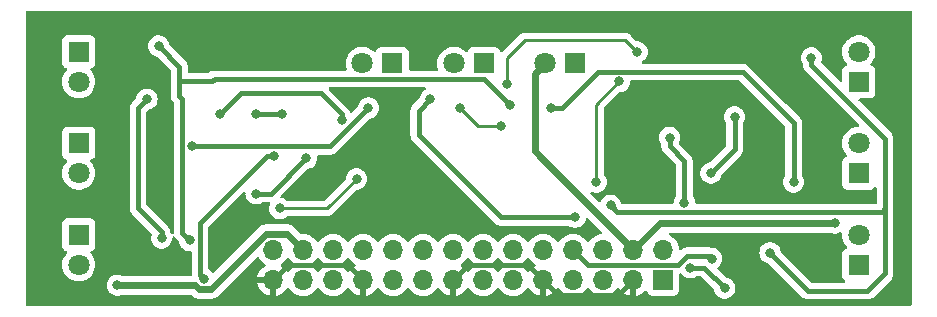
<source format=gbr>
%TF.GenerationSoftware,KiCad,Pcbnew,8.0.1*%
%TF.CreationDate,2024-03-24T15:01:24+02:00*%
%TF.ProjectId,EEE3088_HLDZUH001_Sensing,45454533-3038-4385-9f48-4c445a554830,rev?*%
%TF.SameCoordinates,Original*%
%TF.FileFunction,Copper,L2,Bot*%
%TF.FilePolarity,Positive*%
%FSLAX46Y46*%
G04 Gerber Fmt 4.6, Leading zero omitted, Abs format (unit mm)*
G04 Created by KiCad (PCBNEW 8.0.1) date 2024-03-24 15:01:24*
%MOMM*%
%LPD*%
G01*
G04 APERTURE LIST*
%TA.AperFunction,ComponentPad*%
%ADD10R,1.800000X1.800000*%
%TD*%
%TA.AperFunction,ComponentPad*%
%ADD11C,1.800000*%
%TD*%
%TA.AperFunction,ComponentPad*%
%ADD12R,1.700000X1.700000*%
%TD*%
%TA.AperFunction,ComponentPad*%
%ADD13O,1.700000X1.700000*%
%TD*%
%TA.AperFunction,ViaPad*%
%ADD14C,0.800000*%
%TD*%
%TA.AperFunction,Conductor*%
%ADD15C,0.400000*%
%TD*%
%TA.AperFunction,Conductor*%
%ADD16C,0.600000*%
%TD*%
%TA.AperFunction,Conductor*%
%ADD17C,0.250000*%
%TD*%
G04 APERTURE END LIST*
D10*
%TO.P,D3,1,K*%
%TO.N,Net-(D3-K)*%
X215025000Y-93525000D03*
D11*
%TO.P,D3,2,A*%
%TO.N,+BATT*%
X215025000Y-90985000D03*
%TD*%
%TO.P,D9,2,A*%
%TO.N,/PA3*%
X215025000Y-83235000D03*
D10*
%TO.P,D9,1,K*%
%TO.N,+BATT*%
X215025000Y-85775000D03*
%TD*%
%TO.P,D8,1,K*%
%TO.N,+BATT*%
X183275000Y-76475000D03*
D11*
%TO.P,D8,2,A*%
%TO.N,/PA6*%
X180735000Y-76475000D03*
%TD*%
D10*
%TO.P,D7,1,K*%
%TO.N,+BATT*%
X148975000Y-83225000D03*
D11*
%TO.P,D7,2,A*%
%TO.N,/AB0*%
X148975000Y-85765000D03*
%TD*%
D12*
%TO.P,J2,1,Pin_1*%
%TO.N,unconnected-(J2-Pin_1-Pad1)*%
X198450000Y-94790000D03*
D13*
%TO.P,J2,2,Pin_2*%
%TO.N,unconnected-(J2-Pin_2-Pad2)*%
X198450000Y-92250000D03*
%TO.P,J2,3,Pin_3*%
%TO.N,GND*%
X195910000Y-94790000D03*
%TO.P,J2,4,Pin_4*%
%TO.N,+BATT*%
X195910000Y-92250000D03*
%TO.P,J2,5,Pin_5*%
%TO.N,/PA3*%
X193370000Y-94790000D03*
%TO.P,J2,6,Pin_6*%
%TO.N,unconnected-(J2-Pin_6-Pad6)*%
X193370000Y-92250000D03*
%TO.P,J2,7,Pin_7*%
%TO.N,unconnected-(J2-Pin_7-Pad7)*%
X190830000Y-94790000D03*
%TO.P,J2,8,Pin_8*%
%TO.N,/PE15*%
X190830000Y-92250000D03*
%TO.P,J2,9,Pin_9*%
%TO.N,GND*%
X188290000Y-94790000D03*
%TO.P,J2,10,Pin_10*%
%TO.N,unconnected-(J2-Pin_10-Pad10)*%
X188290000Y-92250000D03*
%TO.P,J2,11,Pin_11*%
%TO.N,unconnected-(J2-Pin_11-Pad11)*%
X185750000Y-94790000D03*
%TO.P,J2,12,Pin_12*%
%TO.N,unconnected-(J2-Pin_12-Pad12)*%
X185750000Y-92250000D03*
%TO.P,J2,13,Pin_13*%
%TO.N,/PA6*%
X183210000Y-94790000D03*
%TO.P,J2,14,Pin_14*%
%TO.N,unconnected-(J2-Pin_14-Pad14)*%
X183210000Y-92250000D03*
%TO.P,J2,15,Pin_15*%
%TO.N,GND*%
X180670000Y-94790000D03*
%TO.P,J2,16,Pin_16*%
%TO.N,unconnected-(J2-Pin_16-Pad16)*%
X180670000Y-92250000D03*
%TO.P,J2,17,Pin_17*%
%TO.N,unconnected-(J2-Pin_17-Pad17)*%
X178130000Y-94790000D03*
%TO.P,J2,18,Pin_18*%
%TO.N,unconnected-(J2-Pin_18-Pad18)*%
X178130000Y-92250000D03*
%TO.P,J2,19,Pin_19*%
%TO.N,unconnected-(J2-Pin_19-Pad19)*%
X175590000Y-94790000D03*
%TO.P,J2,20,Pin_20*%
%TO.N,unconnected-(J2-Pin_20-Pad20)*%
X175590000Y-92250000D03*
%TO.P,J2,21,Pin_21*%
%TO.N,GND*%
X173050000Y-94790000D03*
%TO.P,J2,22,Pin_22*%
%TO.N,/PE8*%
X173050000Y-92250000D03*
%TO.P,J2,23,Pin_23*%
%TO.N,unconnected-(J2-Pin_23-Pad23)*%
X170510000Y-94790000D03*
%TO.P,J2,24,Pin_24*%
%TO.N,unconnected-(J2-Pin_24-Pad24)*%
X170510000Y-92250000D03*
%TO.P,J2,25,Pin_25*%
%TO.N,/AB0*%
X167970000Y-94790000D03*
%TO.P,J2,26,Pin_26*%
%TO.N,+BATT*%
X167970000Y-92250000D03*
%TO.P,J2,27,Pin_27*%
%TO.N,GND*%
X165430000Y-94790000D03*
%TO.P,J2,28,Pin_28*%
%TO.N,unconnected-(J2-Pin_28-Pad28)*%
X165430000Y-92250000D03*
%TD*%
D10*
%TO.P,D6,1,K*%
%TO.N,Net-(D6-K)*%
X215025000Y-78025000D03*
D11*
%TO.P,D6,2,A*%
%TO.N,+BATT*%
X215025000Y-75485000D03*
%TD*%
D10*
%TO.P,D5,1,K*%
%TO.N,Net-(D5-K)*%
X175525000Y-76475000D03*
D11*
%TO.P,D5,2,A*%
%TO.N,+BATT*%
X172985000Y-76475000D03*
%TD*%
D10*
%TO.P,D4,1,K*%
%TO.N,Net-(D4-K)*%
X148975000Y-90975000D03*
D11*
%TO.P,D4,2,A*%
%TO.N,+BATT*%
X148975000Y-93515000D03*
%TD*%
D10*
%TO.P,D2,1,K*%
%TO.N,Net-(D2-K)*%
X191025000Y-76475000D03*
D11*
%TO.P,D2,2,A*%
%TO.N,+BATT*%
X188485000Y-76475000D03*
%TD*%
D10*
%TO.P,D1,1,K*%
%TO.N,Net-(D1-K)*%
X148975000Y-75475000D03*
D11*
%TO.P,D1,2,A*%
%TO.N,+BATT*%
X148975000Y-78015000D03*
%TD*%
D14*
%TO.N,GND*%
X160390686Y-90540686D03*
X163000000Y-90500000D03*
%TO.N,/PE8*%
X160950000Y-80750000D03*
X171250000Y-81250000D03*
%TO.N,Net-(Q2-C)*%
X194000000Y-88500000D03*
X191000000Y-89500000D03*
X178750000Y-79500000D03*
%TO.N,Net-(JP1-B)*%
X159550000Y-94700000D03*
X165500000Y-84300000D03*
%TO.N,/PE8*%
X154750000Y-79500000D03*
X156000000Y-91250000D03*
%TO.N,Net-(Q2-C)*%
X211000000Y-76000000D03*
X207500000Y-92500000D03*
%TO.N,Net-(Q1-C)*%
X189000000Y-80250000D03*
X209500000Y-86500000D03*
%TO.N,Net-(JP2-B)*%
X168250000Y-84500000D03*
X164000000Y-87500000D03*
%TO.N,Net-(Q1-C)*%
X185500000Y-80000000D03*
%TO.N,Net-(JP1-B)*%
X166200000Y-80750000D03*
X164000000Y-80750000D03*
%TO.N,/PE15*%
X202550000Y-93000000D03*
%TO.N,Net-(JP3-B)*%
X203675000Y-95500000D03*
X200750000Y-93750000D03*
X200250000Y-88250000D03*
X199000000Y-82750000D03*
%TO.N,Net-(JP4-B)*%
X202500000Y-85750000D03*
X204500000Y-81000000D03*
%TO.N,/PA3*%
X192800000Y-86500000D03*
X194750000Y-78000000D03*
%TO.N,Net-(JP6-A)*%
X184750000Y-81750000D03*
X181250000Y-80250000D03*
%TO.N,/PA6*%
X196250000Y-75500000D03*
X185250000Y-78250000D03*
%TO.N,Net-(JP5-A)*%
X172500000Y-86250000D03*
X166000000Y-88750000D03*
%TO.N,Net-(Q2-C)*%
X173500000Y-80250000D03*
X158550000Y-83500000D03*
%TO.N,Net-(Q1-C)*%
X155750000Y-75000000D03*
X158375000Y-91450000D03*
%TO.N,+BATT*%
X213000000Y-90000000D03*
X152250000Y-95250000D03*
%TD*%
D15*
%TO.N,GND*%
X181960000Y-93500000D02*
X180670000Y-94790000D01*
X187000000Y-93500000D02*
X181960000Y-93500000D01*
X188290000Y-94790000D02*
X187000000Y-93500000D01*
X171760000Y-93500000D02*
X166720000Y-93500000D01*
X173050000Y-94790000D02*
X171760000Y-93500000D01*
X166720000Y-93500000D02*
X165430000Y-94790000D01*
X189540000Y-96040000D02*
X188290000Y-94790000D01*
X194660000Y-96040000D02*
X189540000Y-96040000D01*
X195910000Y-94790000D02*
X194660000Y-96040000D01*
%TO.N,Net-(Q2-C)*%
X170250000Y-83500000D02*
X173500000Y-80250000D01*
X158550000Y-83500000D02*
X170250000Y-83500000D01*
%TO.N,Net-(Q1-C)*%
X157750000Y-90825000D02*
X158375000Y-91450000D01*
X157500000Y-79250000D02*
X157750000Y-79500000D01*
X157500000Y-78000000D02*
X157500000Y-79250000D01*
X157750000Y-79500000D02*
X157750000Y-90825000D01*
%TO.N,Net-(JP1-B)*%
X159250000Y-90000000D02*
X159250000Y-94400000D01*
X159250000Y-94400000D02*
X159550000Y-94700000D01*
X164950000Y-84300000D02*
X159250000Y-90000000D01*
X165500000Y-84300000D02*
X164950000Y-84300000D01*
%TO.N,GND*%
X160431372Y-90500000D02*
X160390686Y-90540686D01*
X163000000Y-90500000D02*
X160431372Y-90500000D01*
%TO.N,Net-(Q1-C)*%
X192900000Y-77200000D02*
X189850000Y-80250000D01*
X189850000Y-80250000D02*
X189000000Y-80250000D01*
X205200000Y-77200000D02*
X192900000Y-77200000D01*
X209500000Y-81500000D02*
X205200000Y-77200000D01*
X209500000Y-86500000D02*
X209500000Y-81500000D01*
%TO.N,Net-(Q2-C)*%
X184750000Y-89500000D02*
X191000000Y-89500000D01*
X177750000Y-82500000D02*
X184750000Y-89500000D01*
X177750000Y-80500000D02*
X177750000Y-82500000D01*
X178750000Y-79500000D02*
X177750000Y-80500000D01*
%TO.N,/PE8*%
X156000000Y-90750000D02*
X156000000Y-91250000D01*
X154000000Y-88750000D02*
X156000000Y-90750000D01*
X154750000Y-79500000D02*
X154000000Y-80250000D01*
X154000000Y-80250000D02*
X154000000Y-88750000D01*
%TO.N,Net-(Q1-C)*%
X157500000Y-76750000D02*
X157500000Y-78000000D01*
X155750000Y-75000000D02*
X157500000Y-76750000D01*
X160475000Y-77775000D02*
X160250000Y-78000000D01*
X160250000Y-78000000D02*
X157500000Y-78000000D01*
X183275000Y-77775000D02*
X160475000Y-77775000D01*
X185500000Y-80000000D02*
X183275000Y-77775000D01*
D16*
%TO.N,+BATT*%
X166620000Y-90900000D02*
X167970000Y-92250000D01*
X164870811Y-90900000D02*
X166620000Y-90900000D01*
X160170811Y-95600000D02*
X164870811Y-90900000D01*
X152250000Y-95250000D02*
X158827207Y-95250000D01*
X159177207Y-95600000D02*
X160170811Y-95600000D01*
X158827207Y-95250000D02*
X159177207Y-95600000D01*
D15*
%TO.N,/PE8*%
X162700000Y-79000000D02*
X160950000Y-80750000D01*
X169500000Y-79000000D02*
X162700000Y-79000000D01*
X171250000Y-80750000D02*
X169500000Y-79000000D01*
X171250000Y-81250000D02*
X171250000Y-80750000D01*
%TO.N,Net-(Q2-C)*%
X216950000Y-89050000D02*
X217250000Y-88750000D01*
X194550000Y-89050000D02*
X216950000Y-89050000D01*
X194000000Y-88500000D02*
X194550000Y-89050000D01*
X217250000Y-88750000D02*
X217250000Y-82850000D01*
X217250000Y-94250000D02*
X217250000Y-88750000D01*
X211000000Y-76600000D02*
X211000000Y-76000000D01*
X215750000Y-95750000D02*
X217250000Y-94250000D01*
X217250000Y-82850000D02*
X211000000Y-76600000D01*
X210750000Y-95750000D02*
X215750000Y-95750000D01*
X207500000Y-92500000D02*
X210750000Y-95750000D01*
D16*
%TO.N,+BATT*%
X187585000Y-83925000D02*
X195910000Y-92250000D01*
X187585000Y-77375000D02*
X187585000Y-83925000D01*
X188485000Y-76475000D02*
X187585000Y-77375000D01*
D15*
%TO.N,Net-(JP2-B)*%
X164000000Y-87500000D02*
X165250000Y-87500000D01*
X165250000Y-87500000D02*
X168250000Y-84500000D01*
%TO.N,Net-(JP1-B)*%
X164000000Y-80750000D02*
X166200000Y-80750000D01*
%TO.N,/PE15*%
X199740000Y-93500000D02*
X192080000Y-93500000D01*
X200490000Y-92750000D02*
X199740000Y-93500000D01*
X202300000Y-92750000D02*
X200490000Y-92750000D01*
X202550000Y-93000000D02*
X202300000Y-92750000D01*
X192080000Y-93500000D02*
X190830000Y-92250000D01*
%TO.N,Net-(JP3-B)*%
X200750000Y-93750000D02*
X201925000Y-93750000D01*
X199000000Y-83500000D02*
X200250000Y-84750000D01*
X201925000Y-93750000D02*
X203675000Y-95500000D01*
X200250000Y-84750000D02*
X200250000Y-88250000D01*
X199000000Y-82750000D02*
X199000000Y-83500000D01*
%TO.N,Net-(JP4-B)*%
X204500000Y-81000000D02*
X204500000Y-83750000D01*
X204500000Y-83750000D02*
X202500000Y-85750000D01*
D17*
%TO.N,/PA3*%
X192800000Y-79950000D02*
X192800000Y-86500000D01*
X194750000Y-78000000D02*
X192800000Y-79950000D01*
%TO.N,Net-(JP6-A)*%
X184750000Y-81750000D02*
X182750000Y-81750000D01*
X182750000Y-81750000D02*
X181250000Y-80250000D01*
%TO.N,/PA6*%
X195250000Y-74500000D02*
X196250000Y-75500000D01*
X186750000Y-74500000D02*
X195250000Y-74500000D01*
X185250000Y-76000000D02*
X186750000Y-74500000D01*
X185250000Y-78250000D02*
X185250000Y-76000000D01*
%TO.N,Net-(JP5-A)*%
X166000000Y-88750000D02*
X170000000Y-88750000D01*
X170000000Y-88750000D02*
X172500000Y-86250000D01*
D16*
%TO.N,+BATT*%
X213000000Y-90000000D02*
X198160000Y-90000000D01*
X198160000Y-90000000D02*
X195910000Y-92250000D01*
%TD*%
%TA.AperFunction,Conductor*%
%TO.N,GND*%
G36*
X178320768Y-78495185D02*
G01*
X178366523Y-78547989D01*
X178376467Y-78617147D01*
X178347442Y-78680703D01*
X178304167Y-78712778D01*
X178300722Y-78714311D01*
X178297267Y-78715850D01*
X178297265Y-78715851D01*
X178144129Y-78827111D01*
X178017466Y-78967785D01*
X177922821Y-79131715D01*
X177922818Y-79131722D01*
X177864327Y-79311739D01*
X177864325Y-79311750D01*
X177859134Y-79361129D01*
X177832549Y-79425743D01*
X177823495Y-79435846D01*
X177205887Y-80053454D01*
X177129224Y-80168191D01*
X177076421Y-80295667D01*
X177076418Y-80295679D01*
X177052050Y-80418186D01*
X177052049Y-80418191D01*
X177049500Y-80431002D01*
X177049500Y-80431007D01*
X177049500Y-82431006D01*
X177049500Y-82568994D01*
X177049500Y-82568996D01*
X177049499Y-82568996D01*
X177076418Y-82704322D01*
X177076421Y-82704331D01*
X177129222Y-82831807D01*
X177205887Y-82946545D01*
X184303454Y-90044112D01*
X184418192Y-90120777D01*
X184523678Y-90164470D01*
X184545672Y-90173580D01*
X184545676Y-90173580D01*
X184545677Y-90173581D01*
X184681003Y-90200500D01*
X184681006Y-90200500D01*
X184681007Y-90200500D01*
X190391844Y-90200500D01*
X190458883Y-90220185D01*
X190464729Y-90224182D01*
X190547265Y-90284148D01*
X190547270Y-90284151D01*
X190720192Y-90361142D01*
X190720197Y-90361144D01*
X190905354Y-90400500D01*
X190905355Y-90400500D01*
X191094644Y-90400500D01*
X191094646Y-90400500D01*
X191279803Y-90361144D01*
X191452730Y-90284151D01*
X191605871Y-90172888D01*
X191732533Y-90032216D01*
X191827179Y-89868284D01*
X191885674Y-89688256D01*
X191889933Y-89647729D01*
X191916516Y-89583118D01*
X191973813Y-89543133D01*
X192043632Y-89540472D01*
X192100934Y-89573012D01*
X193230026Y-90702104D01*
X193263511Y-90763427D01*
X193258527Y-90833119D01*
X193216655Y-90889052D01*
X193153154Y-90913313D01*
X193134596Y-90914936D01*
X193134586Y-90914938D01*
X192906344Y-90976094D01*
X192906335Y-90976098D01*
X192692171Y-91075964D01*
X192692169Y-91075965D01*
X192498597Y-91211505D01*
X192331505Y-91378597D01*
X192201575Y-91564158D01*
X192146998Y-91607783D01*
X192077500Y-91614977D01*
X192015145Y-91583454D01*
X191998425Y-91564158D01*
X191868494Y-91378597D01*
X191701402Y-91211506D01*
X191701395Y-91211501D01*
X191507834Y-91075967D01*
X191507830Y-91075965D01*
X191424016Y-91036882D01*
X191293663Y-90976097D01*
X191293659Y-90976096D01*
X191293655Y-90976094D01*
X191065413Y-90914938D01*
X191065403Y-90914936D01*
X190830001Y-90894341D01*
X190829999Y-90894341D01*
X190594596Y-90914936D01*
X190594586Y-90914938D01*
X190366344Y-90976094D01*
X190366335Y-90976098D01*
X190152171Y-91075964D01*
X190152169Y-91075965D01*
X189958597Y-91211505D01*
X189791505Y-91378597D01*
X189661575Y-91564158D01*
X189606998Y-91607783D01*
X189537500Y-91614977D01*
X189475145Y-91583454D01*
X189458425Y-91564158D01*
X189328494Y-91378597D01*
X189161402Y-91211506D01*
X189161395Y-91211501D01*
X188967834Y-91075967D01*
X188967830Y-91075965D01*
X188884016Y-91036882D01*
X188753663Y-90976097D01*
X188753659Y-90976096D01*
X188753655Y-90976094D01*
X188525413Y-90914938D01*
X188525403Y-90914936D01*
X188290001Y-90894341D01*
X188289999Y-90894341D01*
X188054596Y-90914936D01*
X188054586Y-90914938D01*
X187826344Y-90976094D01*
X187826335Y-90976098D01*
X187612171Y-91075964D01*
X187612169Y-91075965D01*
X187418597Y-91211505D01*
X187251505Y-91378597D01*
X187121575Y-91564158D01*
X187066998Y-91607783D01*
X186997500Y-91614977D01*
X186935145Y-91583454D01*
X186918425Y-91564158D01*
X186788494Y-91378597D01*
X186621402Y-91211506D01*
X186621395Y-91211501D01*
X186427834Y-91075967D01*
X186427830Y-91075965D01*
X186344016Y-91036882D01*
X186213663Y-90976097D01*
X186213659Y-90976096D01*
X186213655Y-90976094D01*
X185985413Y-90914938D01*
X185985403Y-90914936D01*
X185750001Y-90894341D01*
X185749999Y-90894341D01*
X185514596Y-90914936D01*
X185514586Y-90914938D01*
X185286344Y-90976094D01*
X185286335Y-90976098D01*
X185072171Y-91075964D01*
X185072169Y-91075965D01*
X184878597Y-91211505D01*
X184711505Y-91378597D01*
X184581575Y-91564158D01*
X184526998Y-91607783D01*
X184457500Y-91614977D01*
X184395145Y-91583454D01*
X184378425Y-91564158D01*
X184248494Y-91378597D01*
X184081402Y-91211506D01*
X184081395Y-91211501D01*
X183887834Y-91075967D01*
X183887830Y-91075965D01*
X183804016Y-91036882D01*
X183673663Y-90976097D01*
X183673659Y-90976096D01*
X183673655Y-90976094D01*
X183445413Y-90914938D01*
X183445403Y-90914936D01*
X183210001Y-90894341D01*
X183209999Y-90894341D01*
X182974596Y-90914936D01*
X182974586Y-90914938D01*
X182746344Y-90976094D01*
X182746335Y-90976098D01*
X182532171Y-91075964D01*
X182532169Y-91075965D01*
X182338597Y-91211505D01*
X182171505Y-91378597D01*
X182041575Y-91564158D01*
X181986998Y-91607783D01*
X181917500Y-91614977D01*
X181855145Y-91583454D01*
X181838425Y-91564158D01*
X181708494Y-91378597D01*
X181541402Y-91211506D01*
X181541395Y-91211501D01*
X181347834Y-91075967D01*
X181347830Y-91075965D01*
X181264016Y-91036882D01*
X181133663Y-90976097D01*
X181133659Y-90976096D01*
X181133655Y-90976094D01*
X180905413Y-90914938D01*
X180905403Y-90914936D01*
X180670001Y-90894341D01*
X180669999Y-90894341D01*
X180434596Y-90914936D01*
X180434586Y-90914938D01*
X180206344Y-90976094D01*
X180206335Y-90976098D01*
X179992171Y-91075964D01*
X179992169Y-91075965D01*
X179798597Y-91211505D01*
X179631505Y-91378597D01*
X179501575Y-91564158D01*
X179446998Y-91607783D01*
X179377500Y-91614977D01*
X179315145Y-91583454D01*
X179298425Y-91564158D01*
X179168494Y-91378597D01*
X179001402Y-91211506D01*
X179001395Y-91211501D01*
X178807834Y-91075967D01*
X178807830Y-91075965D01*
X178724016Y-91036882D01*
X178593663Y-90976097D01*
X178593659Y-90976096D01*
X178593655Y-90976094D01*
X178365413Y-90914938D01*
X178365403Y-90914936D01*
X178130001Y-90894341D01*
X178129999Y-90894341D01*
X177894596Y-90914936D01*
X177894586Y-90914938D01*
X177666344Y-90976094D01*
X177666335Y-90976098D01*
X177452171Y-91075964D01*
X177452169Y-91075965D01*
X177258597Y-91211505D01*
X177091505Y-91378597D01*
X176961575Y-91564158D01*
X176906998Y-91607783D01*
X176837500Y-91614977D01*
X176775145Y-91583454D01*
X176758425Y-91564158D01*
X176628494Y-91378597D01*
X176461402Y-91211506D01*
X176461395Y-91211501D01*
X176267834Y-91075967D01*
X176267830Y-91075965D01*
X176184016Y-91036882D01*
X176053663Y-90976097D01*
X176053659Y-90976096D01*
X176053655Y-90976094D01*
X175825413Y-90914938D01*
X175825403Y-90914936D01*
X175590001Y-90894341D01*
X175589999Y-90894341D01*
X175354596Y-90914936D01*
X175354586Y-90914938D01*
X175126344Y-90976094D01*
X175126335Y-90976098D01*
X174912171Y-91075964D01*
X174912169Y-91075965D01*
X174718597Y-91211505D01*
X174551505Y-91378597D01*
X174421575Y-91564158D01*
X174366998Y-91607783D01*
X174297500Y-91614977D01*
X174235145Y-91583454D01*
X174218425Y-91564158D01*
X174088494Y-91378597D01*
X173921402Y-91211506D01*
X173921395Y-91211501D01*
X173727834Y-91075967D01*
X173727830Y-91075965D01*
X173644016Y-91036882D01*
X173513663Y-90976097D01*
X173513659Y-90976096D01*
X173513655Y-90976094D01*
X173285413Y-90914938D01*
X173285403Y-90914936D01*
X173050001Y-90894341D01*
X173049999Y-90894341D01*
X172814596Y-90914936D01*
X172814586Y-90914938D01*
X172586344Y-90976094D01*
X172586335Y-90976098D01*
X172372171Y-91075964D01*
X172372169Y-91075965D01*
X172178597Y-91211505D01*
X172011505Y-91378597D01*
X171881575Y-91564158D01*
X171826998Y-91607783D01*
X171757500Y-91614977D01*
X171695145Y-91583454D01*
X171678425Y-91564158D01*
X171548494Y-91378597D01*
X171381402Y-91211506D01*
X171381395Y-91211501D01*
X171187834Y-91075967D01*
X171187830Y-91075965D01*
X171104016Y-91036882D01*
X170973663Y-90976097D01*
X170973659Y-90976096D01*
X170973655Y-90976094D01*
X170745413Y-90914938D01*
X170745403Y-90914936D01*
X170510001Y-90894341D01*
X170509999Y-90894341D01*
X170274596Y-90914936D01*
X170274586Y-90914938D01*
X170046344Y-90976094D01*
X170046335Y-90976098D01*
X169832171Y-91075964D01*
X169832169Y-91075965D01*
X169638597Y-91211505D01*
X169471505Y-91378597D01*
X169341575Y-91564158D01*
X169286998Y-91607783D01*
X169217500Y-91614977D01*
X169155145Y-91583454D01*
X169138425Y-91564158D01*
X169008494Y-91378597D01*
X168841402Y-91211506D01*
X168841395Y-91211501D01*
X168647834Y-91075967D01*
X168647830Y-91075965D01*
X168564016Y-91036882D01*
X168433663Y-90976097D01*
X168433659Y-90976096D01*
X168433655Y-90976094D01*
X168205413Y-90914938D01*
X168205403Y-90914936D01*
X167970001Y-90894341D01*
X167969998Y-90894341D01*
X167822007Y-90907288D01*
X167753507Y-90893521D01*
X167723519Y-90871441D01*
X167130292Y-90278213D01*
X167130288Y-90278210D01*
X166999185Y-90190609D01*
X166999172Y-90190602D01*
X166853501Y-90130264D01*
X166853489Y-90130261D01*
X166698845Y-90099500D01*
X166698842Y-90099500D01*
X164949654Y-90099500D01*
X164791969Y-90099500D01*
X164791964Y-90099500D01*
X164637321Y-90130260D01*
X164637313Y-90130262D01*
X164491635Y-90190604D01*
X164491625Y-90190609D01*
X164360522Y-90278210D01*
X164360518Y-90278213D01*
X160464199Y-94174532D01*
X160402876Y-94208017D01*
X160333184Y-94203033D01*
X160284368Y-94169823D01*
X160282534Y-94167786D01*
X160282533Y-94167784D01*
X160155871Y-94027112D01*
X160155870Y-94027111D01*
X160001615Y-93915038D01*
X159958949Y-93859708D01*
X159950500Y-93814720D01*
X159950500Y-90341518D01*
X159970185Y-90274479D01*
X159986814Y-90253842D01*
X162888501Y-87352154D01*
X162949822Y-87318671D01*
X163019514Y-87323655D01*
X163075447Y-87365527D01*
X163099864Y-87430991D01*
X163099500Y-87452798D01*
X163094540Y-87500000D01*
X163114326Y-87688256D01*
X163114327Y-87688259D01*
X163172818Y-87868277D01*
X163172821Y-87868284D01*
X163267467Y-88032216D01*
X163362409Y-88137659D01*
X163394129Y-88172888D01*
X163547265Y-88284148D01*
X163547270Y-88284151D01*
X163720192Y-88361142D01*
X163720197Y-88361144D01*
X163905354Y-88400500D01*
X163905355Y-88400500D01*
X164094644Y-88400500D01*
X164094646Y-88400500D01*
X164279803Y-88361144D01*
X164452730Y-88284151D01*
X164515616Y-88238462D01*
X164535271Y-88224182D01*
X164601077Y-88200702D01*
X164608156Y-88200500D01*
X165062672Y-88200500D01*
X165129711Y-88220185D01*
X165175466Y-88272989D01*
X165185410Y-88342147D01*
X165173997Y-88375134D01*
X165175462Y-88375786D01*
X165172818Y-88381722D01*
X165135635Y-88496161D01*
X165114326Y-88561744D01*
X165094540Y-88750000D01*
X165114326Y-88938256D01*
X165114327Y-88938259D01*
X165172818Y-89118277D01*
X165172821Y-89118284D01*
X165267467Y-89282216D01*
X165388401Y-89416526D01*
X165394129Y-89422888D01*
X165547265Y-89534148D01*
X165547270Y-89534151D01*
X165720192Y-89611142D01*
X165720197Y-89611144D01*
X165905354Y-89650500D01*
X165905355Y-89650500D01*
X166094644Y-89650500D01*
X166094646Y-89650500D01*
X166279803Y-89611144D01*
X166452730Y-89534151D01*
X166605871Y-89422888D01*
X166608788Y-89419647D01*
X166611600Y-89416526D01*
X166671087Y-89379879D01*
X166703748Y-89375500D01*
X170061608Y-89375500D01*
X170061608Y-89375499D01*
X170133781Y-89361144D01*
X170133783Y-89361144D01*
X170158282Y-89356270D01*
X170182452Y-89351463D01*
X170232496Y-89330734D01*
X170296286Y-89304312D01*
X170347509Y-89270084D01*
X170398733Y-89235858D01*
X170485858Y-89148733D01*
X170485859Y-89148731D01*
X170492925Y-89141665D01*
X170492927Y-89141661D01*
X172447771Y-87186819D01*
X172509094Y-87153334D01*
X172535452Y-87150500D01*
X172594644Y-87150500D01*
X172594646Y-87150500D01*
X172779803Y-87111144D01*
X172952730Y-87034151D01*
X173105871Y-86922888D01*
X173232533Y-86782216D01*
X173327179Y-86618284D01*
X173385674Y-86438256D01*
X173405460Y-86250000D01*
X173385674Y-86061744D01*
X173327179Y-85881716D01*
X173232533Y-85717784D01*
X173105871Y-85577112D01*
X173084719Y-85561744D01*
X172952734Y-85465851D01*
X172952729Y-85465848D01*
X172779807Y-85388857D01*
X172779802Y-85388855D01*
X172634001Y-85357865D01*
X172594646Y-85349500D01*
X172405354Y-85349500D01*
X172372897Y-85356398D01*
X172220197Y-85388855D01*
X172220192Y-85388857D01*
X172047270Y-85465848D01*
X172047265Y-85465851D01*
X171894129Y-85577111D01*
X171767466Y-85717785D01*
X171672821Y-85881715D01*
X171672818Y-85881722D01*
X171614327Y-86061740D01*
X171614326Y-86061744D01*
X171608384Y-86118277D01*
X171596678Y-86229651D01*
X171570093Y-86294266D01*
X171561038Y-86304370D01*
X169777229Y-88088181D01*
X169715906Y-88121666D01*
X169689548Y-88124500D01*
X166703748Y-88124500D01*
X166636709Y-88104815D01*
X166611600Y-88083474D01*
X166605873Y-88077114D01*
X166605869Y-88077110D01*
X166452734Y-87965851D01*
X166452729Y-87965848D01*
X166279807Y-87888857D01*
X166279802Y-87888855D01*
X166150215Y-87861311D01*
X166088733Y-87828119D01*
X166054957Y-87766956D01*
X166059609Y-87697241D01*
X166088313Y-87652342D01*
X168312975Y-85427681D01*
X168374296Y-85394198D01*
X168374362Y-85394183D01*
X168529803Y-85361144D01*
X168529807Y-85361142D01*
X168529808Y-85361142D01*
X168588058Y-85335206D01*
X168702730Y-85284151D01*
X168855871Y-85172888D01*
X168982533Y-85032216D01*
X169077179Y-84868284D01*
X169135674Y-84688256D01*
X169155460Y-84500000D01*
X169138376Y-84337458D01*
X169150945Y-84268732D01*
X169198677Y-84217708D01*
X169261697Y-84200500D01*
X170318996Y-84200500D01*
X170410040Y-84182389D01*
X170454328Y-84173580D01*
X170518069Y-84147177D01*
X170581807Y-84120777D01*
X170581808Y-84120776D01*
X170581811Y-84120775D01*
X170696543Y-84044114D01*
X173562975Y-81177681D01*
X173624296Y-81144198D01*
X173624362Y-81144183D01*
X173779803Y-81111144D01*
X173779807Y-81111142D01*
X173779808Y-81111142D01*
X173856244Y-81077110D01*
X173952730Y-81034151D01*
X174105871Y-80922888D01*
X174232533Y-80782216D01*
X174327179Y-80618284D01*
X174385674Y-80438256D01*
X174405460Y-80250000D01*
X174385674Y-80061744D01*
X174327179Y-79881716D01*
X174232533Y-79717784D01*
X174105871Y-79577112D01*
X174104144Y-79575857D01*
X173952734Y-79465851D01*
X173952729Y-79465848D01*
X173779807Y-79388857D01*
X173779802Y-79388855D01*
X173634001Y-79357865D01*
X173594646Y-79349500D01*
X173405354Y-79349500D01*
X173372897Y-79356398D01*
X173220197Y-79388855D01*
X173220192Y-79388857D01*
X173047270Y-79465848D01*
X173047265Y-79465851D01*
X172894129Y-79577111D01*
X172767466Y-79717785D01*
X172672821Y-79881715D01*
X172672818Y-79881722D01*
X172614327Y-80061739D01*
X172614325Y-80061750D01*
X172609134Y-80111129D01*
X172582549Y-80175743D01*
X172573495Y-80185846D01*
X172135748Y-80623593D01*
X172074425Y-80657078D01*
X172004733Y-80652094D01*
X171948800Y-80610222D01*
X171926450Y-80560102D01*
X171923580Y-80545672D01*
X171879087Y-80438256D01*
X171870776Y-80418191D01*
X171858955Y-80400500D01*
X171794114Y-80303457D01*
X171794112Y-80303454D01*
X171794111Y-80303453D01*
X170177838Y-78687181D01*
X170144353Y-78625858D01*
X170149337Y-78556166D01*
X170191209Y-78500233D01*
X170256673Y-78475816D01*
X170265519Y-78475500D01*
X178253729Y-78475500D01*
X178320768Y-78495185D01*
G37*
%TD.AperFunction*%
%TA.AperFunction,Conductor*%
G36*
X166784855Y-92916546D02*
G01*
X166801575Y-92935842D01*
X166931501Y-93121396D01*
X166931506Y-93121402D01*
X167098597Y-93288493D01*
X167098603Y-93288498D01*
X167284158Y-93418425D01*
X167327783Y-93473002D01*
X167334977Y-93542500D01*
X167303454Y-93604855D01*
X167284158Y-93621575D01*
X167098597Y-93751505D01*
X166931508Y-93918594D01*
X166801269Y-94104595D01*
X166746692Y-94148219D01*
X166677193Y-94155412D01*
X166614839Y-94123890D01*
X166598119Y-94104594D01*
X166468113Y-93918926D01*
X166468108Y-93918920D01*
X166301078Y-93751890D01*
X166115405Y-93621879D01*
X166071780Y-93567302D01*
X166064588Y-93497804D01*
X166096110Y-93435449D01*
X166115406Y-93418730D01*
X166150620Y-93394073D01*
X166301401Y-93288495D01*
X166468495Y-93121401D01*
X166598425Y-92935842D01*
X166653002Y-92892217D01*
X166722500Y-92885023D01*
X166784855Y-92916546D01*
G37*
%TD.AperFunction*%
%TA.AperFunction,Conductor*%
G36*
X171864855Y-92916546D02*
G01*
X171881575Y-92935842D01*
X172011501Y-93121396D01*
X172011506Y-93121402D01*
X172178597Y-93288493D01*
X172178603Y-93288498D01*
X172364594Y-93418730D01*
X172408219Y-93473307D01*
X172415413Y-93542805D01*
X172383890Y-93605160D01*
X172364595Y-93621880D01*
X172178922Y-93751890D01*
X172178920Y-93751891D01*
X172011891Y-93918920D01*
X172011890Y-93918922D01*
X171881880Y-94104595D01*
X171827303Y-94148219D01*
X171757804Y-94155412D01*
X171695450Y-94123890D01*
X171678730Y-94104594D01*
X171548494Y-93918597D01*
X171381402Y-93751506D01*
X171381396Y-93751501D01*
X171195842Y-93621575D01*
X171152217Y-93566998D01*
X171145023Y-93497500D01*
X171176546Y-93435145D01*
X171195842Y-93418425D01*
X171230620Y-93394073D01*
X171381401Y-93288495D01*
X171548495Y-93121401D01*
X171678425Y-92935842D01*
X171733002Y-92892217D01*
X171802500Y-92885023D01*
X171864855Y-92916546D01*
G37*
%TD.AperFunction*%
%TA.AperFunction,Conductor*%
G36*
X182024855Y-92916546D02*
G01*
X182041575Y-92935842D01*
X182171501Y-93121396D01*
X182171506Y-93121402D01*
X182338597Y-93288493D01*
X182338603Y-93288498D01*
X182524158Y-93418425D01*
X182567783Y-93473002D01*
X182574977Y-93542500D01*
X182543454Y-93604855D01*
X182524158Y-93621575D01*
X182338597Y-93751505D01*
X182171508Y-93918594D01*
X182041269Y-94104595D01*
X181986692Y-94148219D01*
X181917193Y-94155412D01*
X181854839Y-94123890D01*
X181838119Y-94104594D01*
X181708113Y-93918926D01*
X181708108Y-93918920D01*
X181541078Y-93751890D01*
X181355405Y-93621879D01*
X181311780Y-93567302D01*
X181304588Y-93497804D01*
X181336110Y-93435449D01*
X181355406Y-93418730D01*
X181390620Y-93394073D01*
X181541401Y-93288495D01*
X181708495Y-93121401D01*
X181838425Y-92935842D01*
X181893002Y-92892217D01*
X181962500Y-92885023D01*
X182024855Y-92916546D01*
G37*
%TD.AperFunction*%
%TA.AperFunction,Conductor*%
G36*
X187104855Y-92916546D02*
G01*
X187121575Y-92935842D01*
X187251501Y-93121396D01*
X187251506Y-93121402D01*
X187418597Y-93288493D01*
X187418603Y-93288498D01*
X187604594Y-93418730D01*
X187648219Y-93473307D01*
X187655413Y-93542805D01*
X187623890Y-93605160D01*
X187604595Y-93621880D01*
X187418922Y-93751890D01*
X187418920Y-93751891D01*
X187251891Y-93918920D01*
X187251890Y-93918922D01*
X187121880Y-94104595D01*
X187067303Y-94148219D01*
X186997804Y-94155412D01*
X186935450Y-94123890D01*
X186918730Y-94104594D01*
X186788494Y-93918597D01*
X186621402Y-93751506D01*
X186621396Y-93751501D01*
X186435842Y-93621575D01*
X186392217Y-93566998D01*
X186385023Y-93497500D01*
X186416546Y-93435145D01*
X186435842Y-93418425D01*
X186470620Y-93394073D01*
X186621401Y-93288495D01*
X186788495Y-93121401D01*
X186918425Y-92935842D01*
X186973002Y-92892217D01*
X187042500Y-92885023D01*
X187104855Y-92916546D01*
G37*
%TD.AperFunction*%
%TA.AperFunction,Conductor*%
G36*
X169324855Y-92916546D02*
G01*
X169341575Y-92935842D01*
X169471501Y-93121396D01*
X169471506Y-93121402D01*
X169638597Y-93288493D01*
X169638603Y-93288498D01*
X169824158Y-93418425D01*
X169867783Y-93473002D01*
X169874977Y-93542500D01*
X169843454Y-93604855D01*
X169824158Y-93621575D01*
X169638597Y-93751505D01*
X169471505Y-93918597D01*
X169341575Y-94104158D01*
X169286998Y-94147783D01*
X169217500Y-94154977D01*
X169155145Y-94123454D01*
X169138425Y-94104158D01*
X169008494Y-93918597D01*
X168841402Y-93751506D01*
X168841396Y-93751501D01*
X168655842Y-93621575D01*
X168612217Y-93566998D01*
X168605023Y-93497500D01*
X168636546Y-93435145D01*
X168655842Y-93418425D01*
X168690620Y-93394073D01*
X168841401Y-93288495D01*
X169008495Y-93121401D01*
X169138425Y-92935842D01*
X169193002Y-92892217D01*
X169262500Y-92885023D01*
X169324855Y-92916546D01*
G37*
%TD.AperFunction*%
%TA.AperFunction,Conductor*%
G36*
X184564855Y-92916546D02*
G01*
X184581575Y-92935842D01*
X184711501Y-93121396D01*
X184711506Y-93121402D01*
X184878597Y-93288493D01*
X184878603Y-93288498D01*
X185064158Y-93418425D01*
X185107783Y-93473002D01*
X185114977Y-93542500D01*
X185083454Y-93604855D01*
X185064158Y-93621575D01*
X184878597Y-93751505D01*
X184711505Y-93918597D01*
X184581575Y-94104158D01*
X184526998Y-94147783D01*
X184457500Y-94154977D01*
X184395145Y-94123454D01*
X184378425Y-94104158D01*
X184248494Y-93918597D01*
X184081402Y-93751506D01*
X184081396Y-93751501D01*
X183895842Y-93621575D01*
X183852217Y-93566998D01*
X183845023Y-93497500D01*
X183876546Y-93435145D01*
X183895842Y-93418425D01*
X183930620Y-93394073D01*
X184081401Y-93288495D01*
X184248495Y-93121401D01*
X184378425Y-92935842D01*
X184433002Y-92892217D01*
X184502500Y-92885023D01*
X184564855Y-92916546D01*
G37*
%TD.AperFunction*%
%TA.AperFunction,Conductor*%
G36*
X219443039Y-72019685D02*
G01*
X219488794Y-72072489D01*
X219500000Y-72124000D01*
X219500000Y-96876000D01*
X219480315Y-96943039D01*
X219427511Y-96988794D01*
X219376000Y-97000000D01*
X144624000Y-97000000D01*
X144556961Y-96980315D01*
X144511206Y-96927511D01*
X144500000Y-96876000D01*
X144500000Y-95250000D01*
X151344540Y-95250000D01*
X151364326Y-95438256D01*
X151364327Y-95438259D01*
X151422818Y-95618277D01*
X151422821Y-95618284D01*
X151517467Y-95782216D01*
X151607609Y-95882328D01*
X151644129Y-95922888D01*
X151797265Y-96034148D01*
X151797270Y-96034151D01*
X151970192Y-96111142D01*
X151970197Y-96111144D01*
X152155354Y-96150500D01*
X152155355Y-96150500D01*
X152344644Y-96150500D01*
X152344646Y-96150500D01*
X152529803Y-96111144D01*
X152591234Y-96083793D01*
X152641931Y-96061221D01*
X152692367Y-96050500D01*
X158444267Y-96050500D01*
X158511306Y-96070185D01*
X158531943Y-96086814D01*
X158618017Y-96172888D01*
X158666919Y-96221790D01*
X158798021Y-96309390D01*
X158798025Y-96309392D01*
X158798028Y-96309394D01*
X158943710Y-96369738D01*
X159098360Y-96400499D01*
X159098364Y-96400500D01*
X159098365Y-96400500D01*
X160249655Y-96400500D01*
X160249656Y-96400499D01*
X160404308Y-96369737D01*
X160549990Y-96309394D01*
X160681100Y-96221789D01*
X164041412Y-92861475D01*
X164102733Y-92827992D01*
X164172425Y-92832976D01*
X164228358Y-92874848D01*
X164241473Y-92896752D01*
X164255966Y-92927832D01*
X164329057Y-93032216D01*
X164391501Y-93121396D01*
X164391506Y-93121402D01*
X164558597Y-93288493D01*
X164558603Y-93288498D01*
X164744594Y-93418730D01*
X164788219Y-93473307D01*
X164795413Y-93542805D01*
X164763890Y-93605160D01*
X164744595Y-93621880D01*
X164558922Y-93751890D01*
X164558920Y-93751891D01*
X164391891Y-93918920D01*
X164391886Y-93918926D01*
X164256400Y-94112420D01*
X164256399Y-94112422D01*
X164156570Y-94326507D01*
X164156567Y-94326513D01*
X164099364Y-94539999D01*
X164099364Y-94540000D01*
X164996988Y-94540000D01*
X164964075Y-94597007D01*
X164930000Y-94724174D01*
X164930000Y-94855826D01*
X164964075Y-94982993D01*
X164996988Y-95040000D01*
X164099364Y-95040000D01*
X164156567Y-95253486D01*
X164156570Y-95253492D01*
X164256399Y-95467578D01*
X164391894Y-95661082D01*
X164558917Y-95828105D01*
X164752421Y-95963600D01*
X164966507Y-96063429D01*
X164966516Y-96063433D01*
X165180000Y-96120634D01*
X165180000Y-95223012D01*
X165237007Y-95255925D01*
X165364174Y-95290000D01*
X165495826Y-95290000D01*
X165622993Y-95255925D01*
X165680000Y-95223012D01*
X165680000Y-96120633D01*
X165893483Y-96063433D01*
X165893492Y-96063429D01*
X166107578Y-95963600D01*
X166301082Y-95828105D01*
X166468105Y-95661082D01*
X166598119Y-95475405D01*
X166652696Y-95431781D01*
X166722195Y-95424588D01*
X166784549Y-95456110D01*
X166801269Y-95475405D01*
X166931505Y-95661401D01*
X167098599Y-95828495D01*
X167195384Y-95896265D01*
X167292165Y-95964032D01*
X167292167Y-95964033D01*
X167292170Y-95964035D01*
X167506337Y-96063903D01*
X167734592Y-96125063D01*
X167911034Y-96140500D01*
X167969999Y-96145659D01*
X167970000Y-96145659D01*
X167970001Y-96145659D01*
X168028966Y-96140500D01*
X168205408Y-96125063D01*
X168433663Y-96063903D01*
X168647830Y-95964035D01*
X168841401Y-95828495D01*
X169008495Y-95661401D01*
X169138425Y-95475842D01*
X169193002Y-95432217D01*
X169262500Y-95425023D01*
X169324855Y-95456546D01*
X169341575Y-95475842D01*
X169471281Y-95661082D01*
X169471505Y-95661401D01*
X169638599Y-95828495D01*
X169735384Y-95896265D01*
X169832165Y-95964032D01*
X169832167Y-95964033D01*
X169832170Y-95964035D01*
X170046337Y-96063903D01*
X170274592Y-96125063D01*
X170451034Y-96140500D01*
X170509999Y-96145659D01*
X170510000Y-96145659D01*
X170510001Y-96145659D01*
X170568966Y-96140500D01*
X170745408Y-96125063D01*
X170973663Y-96063903D01*
X171187830Y-95964035D01*
X171381401Y-95828495D01*
X171548495Y-95661401D01*
X171678730Y-95475405D01*
X171733307Y-95431781D01*
X171802805Y-95424587D01*
X171865160Y-95456110D01*
X171881879Y-95475405D01*
X172011890Y-95661078D01*
X172178917Y-95828105D01*
X172372421Y-95963600D01*
X172586507Y-96063429D01*
X172586516Y-96063433D01*
X172800000Y-96120634D01*
X172800000Y-95223012D01*
X172857007Y-95255925D01*
X172984174Y-95290000D01*
X173115826Y-95290000D01*
X173242993Y-95255925D01*
X173300000Y-95223012D01*
X173300000Y-96120633D01*
X173513483Y-96063433D01*
X173513492Y-96063429D01*
X173727578Y-95963600D01*
X173921082Y-95828105D01*
X174088105Y-95661082D01*
X174218119Y-95475405D01*
X174272696Y-95431781D01*
X174342195Y-95424588D01*
X174404549Y-95456110D01*
X174421269Y-95475405D01*
X174551505Y-95661401D01*
X174718599Y-95828495D01*
X174815384Y-95896265D01*
X174912165Y-95964032D01*
X174912167Y-95964033D01*
X174912170Y-95964035D01*
X175126337Y-96063903D01*
X175354592Y-96125063D01*
X175531034Y-96140500D01*
X175589999Y-96145659D01*
X175590000Y-96145659D01*
X175590001Y-96145659D01*
X175648966Y-96140500D01*
X175825408Y-96125063D01*
X176053663Y-96063903D01*
X176267830Y-95964035D01*
X176461401Y-95828495D01*
X176628495Y-95661401D01*
X176758425Y-95475842D01*
X176813002Y-95432217D01*
X176882500Y-95425023D01*
X176944855Y-95456546D01*
X176961575Y-95475842D01*
X177091281Y-95661082D01*
X177091505Y-95661401D01*
X177258599Y-95828495D01*
X177355384Y-95896265D01*
X177452165Y-95964032D01*
X177452167Y-95964033D01*
X177452170Y-95964035D01*
X177666337Y-96063903D01*
X177894592Y-96125063D01*
X178071034Y-96140500D01*
X178129999Y-96145659D01*
X178130000Y-96145659D01*
X178130001Y-96145659D01*
X178188966Y-96140500D01*
X178365408Y-96125063D01*
X178593663Y-96063903D01*
X178807830Y-95964035D01*
X179001401Y-95828495D01*
X179168495Y-95661401D01*
X179298730Y-95475405D01*
X179353307Y-95431781D01*
X179422805Y-95424587D01*
X179485160Y-95456110D01*
X179501879Y-95475405D01*
X179631890Y-95661078D01*
X179798917Y-95828105D01*
X179992421Y-95963600D01*
X180206507Y-96063429D01*
X180206516Y-96063433D01*
X180420000Y-96120634D01*
X180420000Y-95223012D01*
X180477007Y-95255925D01*
X180604174Y-95290000D01*
X180735826Y-95290000D01*
X180862993Y-95255925D01*
X180920000Y-95223012D01*
X180920000Y-96120633D01*
X181133483Y-96063433D01*
X181133492Y-96063429D01*
X181347578Y-95963600D01*
X181541082Y-95828105D01*
X181708105Y-95661082D01*
X181838119Y-95475405D01*
X181892696Y-95431781D01*
X181962195Y-95424588D01*
X182024549Y-95456110D01*
X182041269Y-95475405D01*
X182171505Y-95661401D01*
X182338599Y-95828495D01*
X182435384Y-95896265D01*
X182532165Y-95964032D01*
X182532167Y-95964033D01*
X182532170Y-95964035D01*
X182746337Y-96063903D01*
X182974592Y-96125063D01*
X183151034Y-96140500D01*
X183209999Y-96145659D01*
X183210000Y-96145659D01*
X183210001Y-96145659D01*
X183268966Y-96140500D01*
X183445408Y-96125063D01*
X183673663Y-96063903D01*
X183887830Y-95964035D01*
X184081401Y-95828495D01*
X184248495Y-95661401D01*
X184378425Y-95475842D01*
X184433002Y-95432217D01*
X184502500Y-95425023D01*
X184564855Y-95456546D01*
X184581575Y-95475842D01*
X184711281Y-95661082D01*
X184711505Y-95661401D01*
X184878599Y-95828495D01*
X184975384Y-95896265D01*
X185072165Y-95964032D01*
X185072167Y-95964033D01*
X185072170Y-95964035D01*
X185286337Y-96063903D01*
X185514592Y-96125063D01*
X185691034Y-96140500D01*
X185749999Y-96145659D01*
X185750000Y-96145659D01*
X185750001Y-96145659D01*
X185808966Y-96140500D01*
X185985408Y-96125063D01*
X186213663Y-96063903D01*
X186427830Y-95964035D01*
X186621401Y-95828495D01*
X186788495Y-95661401D01*
X186918730Y-95475405D01*
X186973307Y-95431781D01*
X187042805Y-95424587D01*
X187105160Y-95456110D01*
X187121879Y-95475405D01*
X187251890Y-95661078D01*
X187418917Y-95828105D01*
X187612421Y-95963600D01*
X187826507Y-96063429D01*
X187826516Y-96063433D01*
X188040000Y-96120634D01*
X188040000Y-95223012D01*
X188097007Y-95255925D01*
X188224174Y-95290000D01*
X188355826Y-95290000D01*
X188482993Y-95255925D01*
X188540000Y-95223012D01*
X188540000Y-96120633D01*
X188753483Y-96063433D01*
X188753492Y-96063429D01*
X188967578Y-95963600D01*
X189161082Y-95828105D01*
X189328105Y-95661082D01*
X189458119Y-95475405D01*
X189512696Y-95431781D01*
X189582195Y-95424588D01*
X189644549Y-95456110D01*
X189661269Y-95475405D01*
X189791505Y-95661401D01*
X189958599Y-95828495D01*
X190055384Y-95896265D01*
X190152165Y-95964032D01*
X190152167Y-95964033D01*
X190152170Y-95964035D01*
X190366337Y-96063903D01*
X190594592Y-96125063D01*
X190771034Y-96140500D01*
X190829999Y-96145659D01*
X190830000Y-96145659D01*
X190830001Y-96145659D01*
X190888966Y-96140500D01*
X191065408Y-96125063D01*
X191293663Y-96063903D01*
X191507830Y-95964035D01*
X191701401Y-95828495D01*
X191868495Y-95661401D01*
X191998425Y-95475842D01*
X192053002Y-95432217D01*
X192122500Y-95425023D01*
X192184855Y-95456546D01*
X192201575Y-95475842D01*
X192331281Y-95661082D01*
X192331505Y-95661401D01*
X192498599Y-95828495D01*
X192595384Y-95896265D01*
X192692165Y-95964032D01*
X192692167Y-95964033D01*
X192692170Y-95964035D01*
X192906337Y-96063903D01*
X193134592Y-96125063D01*
X193311034Y-96140500D01*
X193369999Y-96145659D01*
X193370000Y-96145659D01*
X193370001Y-96145659D01*
X193428966Y-96140500D01*
X193605408Y-96125063D01*
X193833663Y-96063903D01*
X194047830Y-95964035D01*
X194241401Y-95828495D01*
X194408495Y-95661401D01*
X194538730Y-95475405D01*
X194593307Y-95431781D01*
X194662805Y-95424587D01*
X194725160Y-95456110D01*
X194741879Y-95475405D01*
X194871890Y-95661078D01*
X195038917Y-95828105D01*
X195232421Y-95963600D01*
X195446507Y-96063429D01*
X195446516Y-96063433D01*
X195660000Y-96120634D01*
X195660000Y-95223012D01*
X195717007Y-95255925D01*
X195844174Y-95290000D01*
X195975826Y-95290000D01*
X196102993Y-95255925D01*
X196160000Y-95223012D01*
X196160000Y-96120633D01*
X196373483Y-96063433D01*
X196373492Y-96063429D01*
X196587578Y-95963600D01*
X196781078Y-95828108D01*
X196903133Y-95706053D01*
X196964456Y-95672568D01*
X197034148Y-95677552D01*
X197090082Y-95719423D01*
X197106997Y-95750401D01*
X197156202Y-95882328D01*
X197156206Y-95882335D01*
X197242452Y-95997544D01*
X197242455Y-95997547D01*
X197357664Y-96083793D01*
X197357671Y-96083797D01*
X197492517Y-96134091D01*
X197492516Y-96134091D01*
X197499444Y-96134835D01*
X197552127Y-96140500D01*
X199347872Y-96140499D01*
X199407483Y-96134091D01*
X199542331Y-96083796D01*
X199657546Y-95997546D01*
X199743796Y-95882331D01*
X199794091Y-95747483D01*
X199800500Y-95687873D01*
X199800499Y-94364278D01*
X199820184Y-94297240D01*
X199872987Y-94251485D01*
X199942146Y-94241541D01*
X200005702Y-94270566D01*
X200016649Y-94281307D01*
X200017466Y-94282214D01*
X200017467Y-94282216D01*
X200113486Y-94388856D01*
X200144129Y-94422888D01*
X200297265Y-94534148D01*
X200297270Y-94534151D01*
X200470192Y-94611142D01*
X200470197Y-94611144D01*
X200655354Y-94650500D01*
X200655355Y-94650500D01*
X200844644Y-94650500D01*
X200844646Y-94650500D01*
X201029803Y-94611144D01*
X201202730Y-94534151D01*
X201267877Y-94486819D01*
X201285271Y-94474182D01*
X201351077Y-94450702D01*
X201358156Y-94450500D01*
X201583481Y-94450500D01*
X201650520Y-94470185D01*
X201671162Y-94486819D01*
X202748495Y-95564152D01*
X202781980Y-95625475D01*
X202784134Y-95638869D01*
X202789325Y-95688249D01*
X202789327Y-95688260D01*
X202847818Y-95868277D01*
X202847821Y-95868284D01*
X202942467Y-96032216D01*
X203026067Y-96125063D01*
X203069129Y-96172888D01*
X203222265Y-96284148D01*
X203222270Y-96284151D01*
X203395192Y-96361142D01*
X203395197Y-96361144D01*
X203580354Y-96400500D01*
X203580355Y-96400500D01*
X203769644Y-96400500D01*
X203769646Y-96400500D01*
X203954803Y-96361144D01*
X204127730Y-96284151D01*
X204280871Y-96172888D01*
X204407533Y-96032216D01*
X204502179Y-95868284D01*
X204560674Y-95688256D01*
X204580460Y-95500000D01*
X204560674Y-95311744D01*
X204502179Y-95131716D01*
X204407533Y-94967784D01*
X204280871Y-94827112D01*
X204280870Y-94827111D01*
X204127734Y-94715851D01*
X204127729Y-94715848D01*
X203954807Y-94638857D01*
X203954802Y-94638855D01*
X203818490Y-94609882D01*
X203799872Y-94605924D01*
X203738391Y-94572733D01*
X203737973Y-94572316D01*
X203074739Y-93909082D01*
X203041254Y-93847759D01*
X203046238Y-93778067D01*
X203088110Y-93722134D01*
X203089446Y-93721148D01*
X203155871Y-93672888D01*
X203282533Y-93532216D01*
X203377179Y-93368284D01*
X203435674Y-93188256D01*
X203455460Y-93000000D01*
X203435674Y-92811744D01*
X203377179Y-92631716D01*
X203282533Y-92467784D01*
X203155871Y-92327112D01*
X203134719Y-92311744D01*
X203002734Y-92215851D01*
X203002729Y-92215848D01*
X202829807Y-92138857D01*
X202829802Y-92138855D01*
X202684001Y-92107865D01*
X202644646Y-92099500D01*
X202644645Y-92099500D01*
X202584713Y-92099500D01*
X202537260Y-92090061D01*
X202504328Y-92076420D01*
X202504322Y-92076418D01*
X202368996Y-92049500D01*
X202368994Y-92049500D01*
X202368993Y-92049500D01*
X200421007Y-92049500D01*
X200421005Y-92049500D01*
X200349706Y-92063682D01*
X200314056Y-92070774D01*
X200285671Y-92076420D01*
X200285670Y-92076420D01*
X200158190Y-92129224D01*
X200043454Y-92205887D01*
X200009272Y-92240069D01*
X199947949Y-92273554D01*
X199878257Y-92268568D01*
X199822324Y-92226696D01*
X199798064Y-92163194D01*
X199785063Y-92014592D01*
X199738626Y-91841285D01*
X199723905Y-91786344D01*
X199723904Y-91786343D01*
X199723903Y-91786337D01*
X199624035Y-91572171D01*
X199618425Y-91564158D01*
X199488494Y-91378597D01*
X199321402Y-91211506D01*
X199321395Y-91211501D01*
X199127834Y-91075967D01*
X199127830Y-91075965D01*
X199044016Y-91036882D01*
X198991577Y-90990710D01*
X198972425Y-90923516D01*
X198992641Y-90856635D01*
X199045806Y-90811300D01*
X199096421Y-90800500D01*
X212557633Y-90800500D01*
X212608069Y-90811221D01*
X212720192Y-90861142D01*
X212720197Y-90861144D01*
X212905354Y-90900500D01*
X212905355Y-90900500D01*
X213094644Y-90900500D01*
X213094646Y-90900500D01*
X213279803Y-90861144D01*
X213452073Y-90784443D01*
X213521319Y-90775158D01*
X213584596Y-90804786D01*
X213621810Y-90863921D01*
X213626083Y-90907961D01*
X213619700Y-90985003D01*
X213619700Y-90985006D01*
X213638864Y-91216297D01*
X213638866Y-91216308D01*
X213695842Y-91441300D01*
X213789075Y-91653848D01*
X213916016Y-91848147D01*
X213916019Y-91848151D01*
X213916021Y-91848153D01*
X214010803Y-91951114D01*
X214041724Y-92013767D01*
X214033864Y-92083193D01*
X213989716Y-92137348D01*
X213962906Y-92151277D01*
X213882669Y-92181203D01*
X213882664Y-92181206D01*
X213767455Y-92267452D01*
X213767452Y-92267455D01*
X213681206Y-92382664D01*
X213681202Y-92382671D01*
X213630908Y-92517517D01*
X213624501Y-92577116D01*
X213624500Y-92577135D01*
X213624500Y-94472870D01*
X213624501Y-94472876D01*
X213630908Y-94532483D01*
X213681202Y-94667328D01*
X213681206Y-94667335D01*
X213750358Y-94759709D01*
X213767454Y-94782546D01*
X213825813Y-94826234D01*
X213867684Y-94882167D01*
X213872668Y-94951859D01*
X213839183Y-95013182D01*
X213777859Y-95046666D01*
X213751502Y-95049500D01*
X211091519Y-95049500D01*
X211024480Y-95029815D01*
X211003838Y-95013181D01*
X208426503Y-92435846D01*
X208393018Y-92374523D01*
X208390865Y-92361143D01*
X208385674Y-92311744D01*
X208385478Y-92311142D01*
X208327181Y-92131722D01*
X208327180Y-92131721D01*
X208327179Y-92131716D01*
X208232533Y-91967784D01*
X208105871Y-91827112D01*
X208105870Y-91827111D01*
X207952734Y-91715851D01*
X207952729Y-91715848D01*
X207779807Y-91638857D01*
X207779802Y-91638855D01*
X207633615Y-91607783D01*
X207594646Y-91599500D01*
X207405354Y-91599500D01*
X207372897Y-91606398D01*
X207220197Y-91638855D01*
X207220192Y-91638857D01*
X207047270Y-91715848D01*
X207047265Y-91715851D01*
X206894129Y-91827111D01*
X206767466Y-91967785D01*
X206672821Y-92131715D01*
X206672818Y-92131722D01*
X206614521Y-92311144D01*
X206614326Y-92311744D01*
X206594540Y-92500000D01*
X206614326Y-92688256D01*
X206614327Y-92688259D01*
X206672818Y-92868277D01*
X206672821Y-92868284D01*
X206767467Y-93032216D01*
X206847770Y-93121401D01*
X206894129Y-93172888D01*
X207047265Y-93284148D01*
X207047270Y-93284151D01*
X207220191Y-93361142D01*
X207220193Y-93361142D01*
X207220197Y-93361144D01*
X207375130Y-93394075D01*
X207436607Y-93427266D01*
X207437026Y-93427683D01*
X210303453Y-96294111D01*
X210303454Y-96294112D01*
X210418192Y-96370777D01*
X210545667Y-96423578D01*
X210545672Y-96423580D01*
X210545676Y-96423580D01*
X210545677Y-96423581D01*
X210681003Y-96450500D01*
X210681006Y-96450500D01*
X215818996Y-96450500D01*
X215910040Y-96432389D01*
X215954328Y-96423580D01*
X216018069Y-96397177D01*
X216081807Y-96370777D01*
X216081808Y-96370776D01*
X216081811Y-96370775D01*
X216196543Y-96294114D01*
X217794113Y-94696543D01*
X217826264Y-94648425D01*
X217832660Y-94638855D01*
X217870774Y-94581813D01*
X217906455Y-94495672D01*
X217911707Y-94482993D01*
X217923580Y-94454329D01*
X217939942Y-94372070D01*
X217945221Y-94345531D01*
X217950500Y-94318994D01*
X217950500Y-82781006D01*
X217937539Y-82715851D01*
X217935247Y-82704328D01*
X217923580Y-82645672D01*
X217870775Y-82518189D01*
X217794114Y-82403457D01*
X217794112Y-82403454D01*
X217794111Y-82403453D01*
X215027837Y-79637180D01*
X214994352Y-79575857D01*
X214999336Y-79506165D01*
X215041208Y-79450232D01*
X215106672Y-79425815D01*
X215115518Y-79425499D01*
X215972871Y-79425499D01*
X215972872Y-79425499D01*
X216032483Y-79419091D01*
X216167331Y-79368796D01*
X216282546Y-79282546D01*
X216368796Y-79167331D01*
X216419091Y-79032483D01*
X216425500Y-78972873D01*
X216425499Y-77077128D01*
X216419091Y-77017517D01*
X216411001Y-76995827D01*
X216368797Y-76882671D01*
X216368793Y-76882664D01*
X216282547Y-76767455D01*
X216282544Y-76767452D01*
X216167335Y-76681206D01*
X216167328Y-76681202D01*
X216087094Y-76651277D01*
X216031160Y-76609406D01*
X216006743Y-76543941D01*
X216021595Y-76475668D01*
X216039190Y-76451121D01*
X216133979Y-76348153D01*
X216260924Y-76153849D01*
X216354157Y-75941300D01*
X216411134Y-75716305D01*
X216411135Y-75716297D01*
X216430300Y-75485006D01*
X216430300Y-75484993D01*
X216411135Y-75253702D01*
X216411133Y-75253691D01*
X216354157Y-75028699D01*
X216260924Y-74816151D01*
X216133983Y-74621852D01*
X216133980Y-74621849D01*
X216133979Y-74621847D01*
X215976784Y-74451087D01*
X215976779Y-74451083D01*
X215976777Y-74451081D01*
X215793634Y-74308535D01*
X215793628Y-74308531D01*
X215589504Y-74198064D01*
X215589495Y-74198061D01*
X215369984Y-74122702D01*
X215198282Y-74094050D01*
X215141049Y-74084500D01*
X214908951Y-74084500D01*
X214863164Y-74092140D01*
X214680015Y-74122702D01*
X214460504Y-74198061D01*
X214460495Y-74198064D01*
X214256371Y-74308531D01*
X214256365Y-74308535D01*
X214073222Y-74451081D01*
X214073219Y-74451084D01*
X214073216Y-74451086D01*
X214073216Y-74451087D01*
X214014267Y-74515122D01*
X213916016Y-74621852D01*
X213789075Y-74816151D01*
X213695842Y-75028699D01*
X213638866Y-75253691D01*
X213638864Y-75253702D01*
X213619700Y-75484993D01*
X213619700Y-75485006D01*
X213638864Y-75716297D01*
X213638866Y-75716308D01*
X213695842Y-75941300D01*
X213789075Y-76153848D01*
X213916016Y-76348147D01*
X213916019Y-76348151D01*
X213916021Y-76348153D01*
X214010803Y-76451114D01*
X214041724Y-76513767D01*
X214033864Y-76583193D01*
X213989716Y-76637348D01*
X213962906Y-76651277D01*
X213882669Y-76681203D01*
X213882664Y-76681206D01*
X213767455Y-76767452D01*
X213767452Y-76767455D01*
X213681206Y-76882664D01*
X213681202Y-76882671D01*
X213630908Y-77017517D01*
X213624856Y-77073814D01*
X213624501Y-77077123D01*
X213624500Y-77077135D01*
X213624500Y-77934481D01*
X213604815Y-78001520D01*
X213552011Y-78047275D01*
X213482853Y-78057219D01*
X213419297Y-78028194D01*
X213412819Y-78022162D01*
X211864175Y-76473518D01*
X211830690Y-76412195D01*
X211833924Y-76347522D01*
X211885674Y-76188256D01*
X211905460Y-76000000D01*
X211885674Y-75811744D01*
X211827179Y-75631716D01*
X211732533Y-75467784D01*
X211605871Y-75327112D01*
X211605870Y-75327111D01*
X211452734Y-75215851D01*
X211452729Y-75215848D01*
X211279807Y-75138857D01*
X211279802Y-75138855D01*
X211134001Y-75107865D01*
X211094646Y-75099500D01*
X210905354Y-75099500D01*
X210872897Y-75106398D01*
X210720197Y-75138855D01*
X210720192Y-75138857D01*
X210547270Y-75215848D01*
X210547265Y-75215851D01*
X210394129Y-75327111D01*
X210267466Y-75467785D01*
X210172821Y-75631715D01*
X210172818Y-75631722D01*
X210116143Y-75806151D01*
X210114326Y-75811744D01*
X210094540Y-76000000D01*
X210114326Y-76188256D01*
X210114327Y-76188259D01*
X210172818Y-76368277D01*
X210172821Y-76368284D01*
X210267466Y-76532215D01*
X210267648Y-76532417D01*
X210267716Y-76532559D01*
X210271285Y-76537471D01*
X210270386Y-76538123D01*
X210297879Y-76595408D01*
X210299500Y-76615391D01*
X210299500Y-76668994D01*
X210326418Y-76804322D01*
X210326421Y-76804332D01*
X210379222Y-76931807D01*
X210455887Y-77046545D01*
X210455888Y-77046546D01*
X215032162Y-81622819D01*
X215065647Y-81684142D01*
X215060663Y-81753834D01*
X215018791Y-81809767D01*
X214953327Y-81834184D01*
X214944481Y-81834500D01*
X214908951Y-81834500D01*
X214863164Y-81842140D01*
X214680015Y-81872702D01*
X214460504Y-81948061D01*
X214460495Y-81948064D01*
X214256371Y-82058531D01*
X214256365Y-82058535D01*
X214073222Y-82201081D01*
X214073219Y-82201084D01*
X214073216Y-82201086D01*
X214073216Y-82201087D01*
X214041207Y-82235858D01*
X213916016Y-82371852D01*
X213789075Y-82566151D01*
X213695842Y-82778699D01*
X213638866Y-83003691D01*
X213638864Y-83003702D01*
X213619700Y-83234993D01*
X213619700Y-83235006D01*
X213638864Y-83466297D01*
X213638866Y-83466308D01*
X213695842Y-83691300D01*
X213789075Y-83903848D01*
X213916016Y-84098147D01*
X213916019Y-84098151D01*
X213916021Y-84098153D01*
X214010803Y-84201114D01*
X214041724Y-84263767D01*
X214033864Y-84333193D01*
X213989716Y-84387348D01*
X213962906Y-84401277D01*
X213882669Y-84431203D01*
X213882664Y-84431206D01*
X213767455Y-84517452D01*
X213767452Y-84517455D01*
X213681206Y-84632664D01*
X213681202Y-84632671D01*
X213630908Y-84767517D01*
X213624501Y-84827116D01*
X213624500Y-84827135D01*
X213624500Y-86722870D01*
X213624501Y-86722876D01*
X213630908Y-86782483D01*
X213681202Y-86917328D01*
X213681206Y-86917335D01*
X213767452Y-87032544D01*
X213767455Y-87032547D01*
X213882664Y-87118793D01*
X213882671Y-87118797D01*
X214017517Y-87169091D01*
X214017516Y-87169091D01*
X214024444Y-87169835D01*
X214077127Y-87175500D01*
X215972872Y-87175499D01*
X216032483Y-87169091D01*
X216167331Y-87118796D01*
X216282546Y-87032546D01*
X216326234Y-86974186D01*
X216382167Y-86932316D01*
X216451859Y-86927332D01*
X216513182Y-86960817D01*
X216546666Y-87022141D01*
X216549500Y-87048498D01*
X216549500Y-88225500D01*
X216529815Y-88292539D01*
X216477011Y-88338294D01*
X216425500Y-88349500D01*
X201277568Y-88349500D01*
X201210529Y-88329815D01*
X201164774Y-88277011D01*
X201154247Y-88238462D01*
X201151477Y-88212104D01*
X201135674Y-88061744D01*
X201077179Y-87881716D01*
X200982533Y-87717784D01*
X200982344Y-87717574D01*
X200982273Y-87717427D01*
X200978714Y-87712528D01*
X200979610Y-87711876D01*
X200952119Y-87654580D01*
X200950500Y-87634608D01*
X200950500Y-85750000D01*
X201594540Y-85750000D01*
X201614326Y-85938256D01*
X201614327Y-85938259D01*
X201672818Y-86118277D01*
X201672821Y-86118284D01*
X201767467Y-86282216D01*
X201894129Y-86422888D01*
X202047265Y-86534148D01*
X202047270Y-86534151D01*
X202220192Y-86611142D01*
X202220197Y-86611144D01*
X202405354Y-86650500D01*
X202405355Y-86650500D01*
X202594644Y-86650500D01*
X202594646Y-86650500D01*
X202779803Y-86611144D01*
X202952730Y-86534151D01*
X203105871Y-86422888D01*
X203232533Y-86282216D01*
X203327179Y-86118284D01*
X203385674Y-85938256D01*
X203390864Y-85888869D01*
X203417447Y-85824258D01*
X203426494Y-85814161D01*
X205044114Y-84196543D01*
X205120775Y-84081811D01*
X205136391Y-84044112D01*
X205173578Y-83954332D01*
X205173580Y-83954328D01*
X205195097Y-83846158D01*
X205200500Y-83818995D01*
X205200500Y-81615391D01*
X205220185Y-81548352D01*
X205232352Y-81532417D01*
X205232533Y-81532216D01*
X205327179Y-81368284D01*
X205385674Y-81188256D01*
X205405460Y-81000000D01*
X205385674Y-80811744D01*
X205327179Y-80631716D01*
X205232533Y-80467784D01*
X205105871Y-80327112D01*
X205073313Y-80303457D01*
X204952734Y-80215851D01*
X204952729Y-80215848D01*
X204779807Y-80138857D01*
X204779802Y-80138855D01*
X204634001Y-80107865D01*
X204594646Y-80099500D01*
X204405354Y-80099500D01*
X204372897Y-80106398D01*
X204220197Y-80138855D01*
X204220192Y-80138857D01*
X204047270Y-80215848D01*
X204047265Y-80215851D01*
X203894129Y-80327111D01*
X203767466Y-80467785D01*
X203672821Y-80631715D01*
X203672818Y-80631722D01*
X203621340Y-80790157D01*
X203614326Y-80811744D01*
X203594540Y-81000000D01*
X203614326Y-81188256D01*
X203614327Y-81188259D01*
X203672818Y-81368277D01*
X203672821Y-81368284D01*
X203767466Y-81532215D01*
X203767648Y-81532417D01*
X203767716Y-81532559D01*
X203771285Y-81537471D01*
X203770386Y-81538123D01*
X203797879Y-81595408D01*
X203799500Y-81615391D01*
X203799500Y-83408481D01*
X203779815Y-83475520D01*
X203763181Y-83496162D01*
X202437026Y-84822316D01*
X202375703Y-84855801D01*
X202375126Y-84855925D01*
X202220197Y-84888855D01*
X202220192Y-84888857D01*
X202047270Y-84965848D01*
X202047265Y-84965851D01*
X201894129Y-85077111D01*
X201767466Y-85217785D01*
X201672821Y-85381715D01*
X201672818Y-85381722D01*
X201623437Y-85533702D01*
X201614326Y-85561744D01*
X201594540Y-85750000D01*
X200950500Y-85750000D01*
X200950500Y-84681004D01*
X200923581Y-84545677D01*
X200923580Y-84545676D01*
X200923580Y-84545672D01*
X200897433Y-84482547D01*
X200870777Y-84418192D01*
X200794112Y-84303454D01*
X200794111Y-84303453D01*
X199814578Y-83323921D01*
X199781093Y-83262598D01*
X199786077Y-83192907D01*
X199794866Y-83174249D01*
X199827179Y-83118284D01*
X199885674Y-82938256D01*
X199905460Y-82750000D01*
X199885674Y-82561744D01*
X199827179Y-82381716D01*
X199732533Y-82217784D01*
X199605871Y-82077112D01*
X199580302Y-82058535D01*
X199452734Y-81965851D01*
X199452729Y-81965848D01*
X199279807Y-81888857D01*
X199279802Y-81888855D01*
X199134001Y-81857865D01*
X199094646Y-81849500D01*
X198905354Y-81849500D01*
X198879064Y-81855088D01*
X198720197Y-81888855D01*
X198720192Y-81888857D01*
X198547270Y-81965848D01*
X198547265Y-81965851D01*
X198394129Y-82077111D01*
X198267466Y-82217785D01*
X198172821Y-82381715D01*
X198172818Y-82381722D01*
X198114327Y-82561740D01*
X198114326Y-82561744D01*
X198094540Y-82750000D01*
X198114326Y-82938256D01*
X198114327Y-82938259D01*
X198172818Y-83118277D01*
X198172821Y-83118284D01*
X198267466Y-83282215D01*
X198267648Y-83282417D01*
X198267716Y-83282559D01*
X198271285Y-83287471D01*
X198270386Y-83288123D01*
X198297879Y-83345408D01*
X198299500Y-83365391D01*
X198299500Y-83431006D01*
X198299500Y-83568994D01*
X198299500Y-83568996D01*
X198299499Y-83568996D01*
X198326418Y-83704322D01*
X198326421Y-83704332D01*
X198379222Y-83831807D01*
X198455887Y-83946545D01*
X198455888Y-83946546D01*
X199513181Y-85003838D01*
X199546666Y-85065161D01*
X199549500Y-85091519D01*
X199549500Y-87634608D01*
X199529815Y-87701647D01*
X199517656Y-87717574D01*
X199517468Y-87717782D01*
X199517464Y-87717787D01*
X199422821Y-87881715D01*
X199422818Y-87881722D01*
X199394855Y-87967785D01*
X199364326Y-88061744D01*
X199348523Y-88212104D01*
X199345753Y-88238462D01*
X199319168Y-88303076D01*
X199261871Y-88343061D01*
X199222432Y-88349500D01*
X194988033Y-88349500D01*
X194920994Y-88329815D01*
X194875239Y-88277011D01*
X194870102Y-88263818D01*
X194827181Y-88131722D01*
X194827180Y-88131721D01*
X194827179Y-88131716D01*
X194732533Y-87967784D01*
X194605871Y-87827112D01*
X194605870Y-87827111D01*
X194452734Y-87715851D01*
X194452729Y-87715848D01*
X194279807Y-87638857D01*
X194279802Y-87638855D01*
X194134001Y-87607865D01*
X194094646Y-87599500D01*
X193905354Y-87599500D01*
X193872897Y-87606398D01*
X193720197Y-87638855D01*
X193720192Y-87638857D01*
X193547270Y-87715848D01*
X193547265Y-87715851D01*
X193394129Y-87827111D01*
X193267466Y-87967785D01*
X193172821Y-88131715D01*
X193170175Y-88137659D01*
X193167859Y-88136627D01*
X193134813Y-88184925D01*
X193070446Y-88212104D01*
X193001603Y-88200169D01*
X192968667Y-88176589D01*
X192331792Y-87539714D01*
X192298307Y-87478391D01*
X192303291Y-87408699D01*
X192345163Y-87352766D01*
X192410627Y-87328349D01*
X192469908Y-87338753D01*
X192520197Y-87361144D01*
X192705354Y-87400500D01*
X192705355Y-87400500D01*
X192894644Y-87400500D01*
X192894646Y-87400500D01*
X193079803Y-87361144D01*
X193252730Y-87284151D01*
X193405871Y-87172888D01*
X193532533Y-87032216D01*
X193627179Y-86868284D01*
X193685674Y-86688256D01*
X193705460Y-86500000D01*
X193685674Y-86311744D01*
X193627179Y-86131716D01*
X193532533Y-85967784D01*
X193532212Y-85967427D01*
X193457350Y-85884284D01*
X193427120Y-85821292D01*
X193425500Y-85801312D01*
X193425500Y-80260452D01*
X193445185Y-80193413D01*
X193461819Y-80172771D01*
X194697772Y-78936819D01*
X194759095Y-78903334D01*
X194785453Y-78900500D01*
X194844644Y-78900500D01*
X194844646Y-78900500D01*
X195029803Y-78861144D01*
X195202730Y-78784151D01*
X195355871Y-78672888D01*
X195482533Y-78532216D01*
X195577179Y-78368284D01*
X195635674Y-78188256D01*
X195654247Y-78011536D01*
X195680832Y-77946924D01*
X195738129Y-77906939D01*
X195777568Y-77900500D01*
X204858481Y-77900500D01*
X204925520Y-77920185D01*
X204946162Y-77936819D01*
X208763181Y-81753837D01*
X208796666Y-81815160D01*
X208799500Y-81841518D01*
X208799500Y-85884608D01*
X208779815Y-85951647D01*
X208767656Y-85967574D01*
X208767468Y-85967782D01*
X208767464Y-85967787D01*
X208672821Y-86131715D01*
X208672818Y-86131722D01*
X208623921Y-86282214D01*
X208614326Y-86311744D01*
X208594540Y-86500000D01*
X208614326Y-86688256D01*
X208614327Y-86688259D01*
X208672818Y-86868277D01*
X208672821Y-86868284D01*
X208767467Y-87032216D01*
X208887477Y-87165500D01*
X208894129Y-87172888D01*
X209047265Y-87284148D01*
X209047270Y-87284151D01*
X209220192Y-87361142D01*
X209220197Y-87361144D01*
X209405354Y-87400500D01*
X209405355Y-87400500D01*
X209594644Y-87400500D01*
X209594646Y-87400500D01*
X209779803Y-87361144D01*
X209952730Y-87284151D01*
X210105871Y-87172888D01*
X210232533Y-87032216D01*
X210327179Y-86868284D01*
X210385674Y-86688256D01*
X210405460Y-86500000D01*
X210385674Y-86311744D01*
X210327179Y-86131716D01*
X210232533Y-85967784D01*
X210232344Y-85967574D01*
X210232273Y-85967427D01*
X210228714Y-85962528D01*
X210229610Y-85961876D01*
X210202119Y-85904580D01*
X210200500Y-85884608D01*
X210200500Y-81431004D01*
X210200499Y-81431002D01*
X210173581Y-81295677D01*
X210173580Y-81295674D01*
X210173580Y-81295672D01*
X210168006Y-81282216D01*
X210154662Y-81250000D01*
X210120778Y-81168194D01*
X210120771Y-81168182D01*
X210044115Y-81053459D01*
X210020987Y-81030331D01*
X209946542Y-80955886D01*
X208872371Y-79881715D01*
X205646546Y-76655888D01*
X205646545Y-76655887D01*
X205531807Y-76579222D01*
X205404332Y-76526421D01*
X205404322Y-76526418D01*
X205268996Y-76499500D01*
X205268994Y-76499500D01*
X205268993Y-76499500D01*
X196787961Y-76499500D01*
X196720922Y-76479815D01*
X196675167Y-76427011D01*
X196665223Y-76357853D01*
X196694248Y-76294297D01*
X196715076Y-76275182D01*
X196791306Y-76219796D01*
X196855871Y-76172888D01*
X196982533Y-76032216D01*
X197077179Y-75868284D01*
X197135674Y-75688256D01*
X197155460Y-75500000D01*
X197135674Y-75311744D01*
X197077179Y-75131716D01*
X196982533Y-74967784D01*
X196855871Y-74827112D01*
X196855870Y-74827111D01*
X196702734Y-74715851D01*
X196702729Y-74715848D01*
X196529807Y-74638857D01*
X196529802Y-74638855D01*
X196384001Y-74607865D01*
X196344646Y-74599500D01*
X196344645Y-74599500D01*
X196285453Y-74599500D01*
X196218414Y-74579815D01*
X196197772Y-74563181D01*
X195742928Y-74108338D01*
X195742925Y-74108334D01*
X195742925Y-74108335D01*
X195735858Y-74101268D01*
X195735858Y-74101267D01*
X195648733Y-74014142D01*
X195648732Y-74014141D01*
X195648731Y-74014140D01*
X195597509Y-73979915D01*
X195546287Y-73945689D01*
X195546286Y-73945688D01*
X195546283Y-73945686D01*
X195546280Y-73945685D01*
X195465792Y-73912347D01*
X195432453Y-73898537D01*
X195422427Y-73896543D01*
X195372029Y-73886518D01*
X195311610Y-73874500D01*
X195311607Y-73874500D01*
X195311606Y-73874500D01*
X186811606Y-73874500D01*
X186688393Y-73874500D01*
X186688389Y-73874500D01*
X186627971Y-73886518D01*
X186584743Y-73895116D01*
X186567546Y-73898537D01*
X186453712Y-73945689D01*
X186453706Y-73945693D01*
X186351266Y-74014142D01*
X186351262Y-74014145D01*
X184867681Y-75497727D01*
X184806358Y-75531212D01*
X184736666Y-75526228D01*
X184680733Y-75484356D01*
X184663818Y-75453379D01*
X184618797Y-75332671D01*
X184618793Y-75332664D01*
X184532547Y-75217455D01*
X184532544Y-75217452D01*
X184417335Y-75131206D01*
X184417328Y-75131202D01*
X184282482Y-75080908D01*
X184282483Y-75080908D01*
X184222883Y-75074501D01*
X184222881Y-75074500D01*
X184222873Y-75074500D01*
X184222864Y-75074500D01*
X182327129Y-75074500D01*
X182327123Y-75074501D01*
X182267516Y-75080908D01*
X182132671Y-75131202D01*
X182132664Y-75131206D01*
X182017455Y-75217452D01*
X182017452Y-75217455D01*
X181931206Y-75332664D01*
X181931203Y-75332670D01*
X181902544Y-75409508D01*
X181860672Y-75465441D01*
X181795208Y-75489858D01*
X181726935Y-75475006D01*
X181695135Y-75450158D01*
X181686784Y-75441087D01*
X181686778Y-75441082D01*
X181686777Y-75441081D01*
X181503634Y-75298535D01*
X181503628Y-75298531D01*
X181299504Y-75188064D01*
X181299495Y-75188061D01*
X181079984Y-75112702D01*
X180889450Y-75080908D01*
X180851049Y-75074500D01*
X180618951Y-75074500D01*
X180580550Y-75080908D01*
X180390015Y-75112702D01*
X180170504Y-75188061D01*
X180170495Y-75188064D01*
X179966371Y-75298531D01*
X179966365Y-75298535D01*
X179783222Y-75441081D01*
X179783219Y-75441084D01*
X179783216Y-75441086D01*
X179783216Y-75441087D01*
X179746368Y-75481115D01*
X179626016Y-75611852D01*
X179499075Y-75806151D01*
X179405842Y-76018699D01*
X179348866Y-76243691D01*
X179348864Y-76243702D01*
X179329700Y-76474993D01*
X179329700Y-76475006D01*
X179348864Y-76706297D01*
X179348868Y-76706317D01*
X179402996Y-76920059D01*
X179400372Y-76989880D01*
X179360416Y-77047197D01*
X179295815Y-77073814D01*
X179282791Y-77074500D01*
X177049500Y-77074500D01*
X176982461Y-77054815D01*
X176936706Y-77002011D01*
X176925500Y-76950500D01*
X176925499Y-75527129D01*
X176925498Y-75527123D01*
X176924102Y-75514140D01*
X176919091Y-75467517D01*
X176910927Y-75445629D01*
X176868797Y-75332671D01*
X176868793Y-75332664D01*
X176782547Y-75217455D01*
X176782544Y-75217452D01*
X176667335Y-75131206D01*
X176667328Y-75131202D01*
X176532482Y-75080908D01*
X176532483Y-75080908D01*
X176472883Y-75074501D01*
X176472881Y-75074500D01*
X176472873Y-75074500D01*
X176472864Y-75074500D01*
X174577129Y-75074500D01*
X174577123Y-75074501D01*
X174517516Y-75080908D01*
X174382671Y-75131202D01*
X174382664Y-75131206D01*
X174267455Y-75217452D01*
X174267452Y-75217455D01*
X174181206Y-75332664D01*
X174181203Y-75332670D01*
X174152544Y-75409508D01*
X174110672Y-75465441D01*
X174045208Y-75489858D01*
X173976935Y-75475006D01*
X173945135Y-75450158D01*
X173936784Y-75441087D01*
X173936778Y-75441082D01*
X173936777Y-75441081D01*
X173753634Y-75298535D01*
X173753628Y-75298531D01*
X173549504Y-75188064D01*
X173549495Y-75188061D01*
X173329984Y-75112702D01*
X173139450Y-75080908D01*
X173101049Y-75074500D01*
X172868951Y-75074500D01*
X172830550Y-75080908D01*
X172640015Y-75112702D01*
X172420504Y-75188061D01*
X172420495Y-75188064D01*
X172216371Y-75298531D01*
X172216365Y-75298535D01*
X172033222Y-75441081D01*
X172033219Y-75441084D01*
X172033216Y-75441086D01*
X172033216Y-75441087D01*
X171996368Y-75481115D01*
X171876016Y-75611852D01*
X171749075Y-75806151D01*
X171655842Y-76018699D01*
X171598866Y-76243691D01*
X171598864Y-76243702D01*
X171579700Y-76474993D01*
X171579700Y-76475006D01*
X171598864Y-76706297D01*
X171598868Y-76706317D01*
X171652996Y-76920059D01*
X171650372Y-76989880D01*
X171610416Y-77047197D01*
X171545815Y-77073814D01*
X171532791Y-77074500D01*
X160406004Y-77074500D01*
X160270677Y-77101418D01*
X160270667Y-77101421D01*
X160143192Y-77154222D01*
X160028454Y-77230887D01*
X160028453Y-77230888D01*
X159996163Y-77263180D01*
X159934841Y-77296666D01*
X159908481Y-77299500D01*
X158324500Y-77299500D01*
X158257461Y-77279815D01*
X158211706Y-77227011D01*
X158200500Y-77175500D01*
X158200500Y-76681006D01*
X158198110Y-76668994D01*
X158173580Y-76545672D01*
X158170183Y-76537471D01*
X158120777Y-76418192D01*
X158044112Y-76303454D01*
X158044111Y-76303453D01*
X156676503Y-74935846D01*
X156643018Y-74874523D01*
X156640865Y-74861143D01*
X156635674Y-74811744D01*
X156577179Y-74631716D01*
X156482533Y-74467784D01*
X156355871Y-74327112D01*
X156330302Y-74308535D01*
X156202734Y-74215851D01*
X156202729Y-74215848D01*
X156029807Y-74138857D01*
X156029802Y-74138855D01*
X155884001Y-74107865D01*
X155844646Y-74099500D01*
X155655354Y-74099500D01*
X155622897Y-74106398D01*
X155470197Y-74138855D01*
X155470192Y-74138857D01*
X155297270Y-74215848D01*
X155297265Y-74215851D01*
X155144129Y-74327111D01*
X155017466Y-74467785D01*
X154922821Y-74631715D01*
X154922818Y-74631722D01*
X154864327Y-74811740D01*
X154864326Y-74811744D01*
X154844540Y-75000000D01*
X154864326Y-75188256D01*
X154864327Y-75188259D01*
X154922818Y-75368277D01*
X154922821Y-75368284D01*
X155017467Y-75532216D01*
X155107063Y-75631722D01*
X155144129Y-75672888D01*
X155297265Y-75784148D01*
X155297270Y-75784151D01*
X155470191Y-75861142D01*
X155470193Y-75861142D01*
X155470197Y-75861144D01*
X155625130Y-75894075D01*
X155686607Y-75927266D01*
X155687026Y-75927683D01*
X156763181Y-77003838D01*
X156796666Y-77065161D01*
X156799500Y-77091519D01*
X156799500Y-77931006D01*
X156799500Y-77931007D01*
X156799500Y-79181006D01*
X156799500Y-79318994D01*
X156799500Y-79318996D01*
X156799499Y-79318996D01*
X156826418Y-79454322D01*
X156826421Y-79454332D01*
X156879222Y-79581807D01*
X156955885Y-79696542D01*
X157013181Y-79753838D01*
X157046666Y-79815161D01*
X157049500Y-79841519D01*
X157049500Y-90804013D01*
X157029815Y-90871052D01*
X156977011Y-90916807D01*
X156907853Y-90926751D01*
X156844297Y-90897726D01*
X156818113Y-90866013D01*
X156732535Y-90717787D01*
X156732531Y-90717782D01*
X156723621Y-90707886D01*
X156694155Y-90649106D01*
X156682153Y-90588774D01*
X156673580Y-90545672D01*
X156673578Y-90545667D01*
X156620777Y-90418193D01*
X156620776Y-90418191D01*
X156601175Y-90388856D01*
X156601175Y-90388855D01*
X156544115Y-90303458D01*
X156544109Y-90303451D01*
X154736819Y-88496161D01*
X154703334Y-88434838D01*
X154700500Y-88408480D01*
X154700500Y-80591519D01*
X154720185Y-80524480D01*
X154736813Y-80503843D01*
X154812976Y-80427680D01*
X154874295Y-80394198D01*
X154874305Y-80394195D01*
X155029803Y-80361144D01*
X155029807Y-80361142D01*
X155029808Y-80361142D01*
X155157320Y-80304369D01*
X155202730Y-80284151D01*
X155355871Y-80172888D01*
X155482533Y-80032216D01*
X155577179Y-79868284D01*
X155635674Y-79688256D01*
X155655460Y-79500000D01*
X155635674Y-79311744D01*
X155577179Y-79131716D01*
X155482533Y-78967784D01*
X155355871Y-78827112D01*
X155352276Y-78824500D01*
X155202734Y-78715851D01*
X155202729Y-78715848D01*
X155029807Y-78638857D01*
X155029802Y-78638855D01*
X154884001Y-78607865D01*
X154844646Y-78599500D01*
X154655354Y-78599500D01*
X154622897Y-78606398D01*
X154470197Y-78638855D01*
X154470192Y-78638857D01*
X154297270Y-78715848D01*
X154297265Y-78715851D01*
X154144129Y-78827111D01*
X154017466Y-78967785D01*
X153922821Y-79131715D01*
X153922818Y-79131722D01*
X153864327Y-79311739D01*
X153864325Y-79311750D01*
X153859134Y-79361129D01*
X153832549Y-79425743D01*
X153823495Y-79435846D01*
X153455887Y-79803454D01*
X153379222Y-79918192D01*
X153326421Y-80045667D01*
X153326418Y-80045679D01*
X153302050Y-80168186D01*
X153302049Y-80168191D01*
X153299500Y-80181002D01*
X153299500Y-80181007D01*
X153299500Y-88681006D01*
X153299500Y-88818994D01*
X153299500Y-88818996D01*
X153299499Y-88818996D01*
X153326418Y-88954322D01*
X153326421Y-88954332D01*
X153379222Y-89081807D01*
X153455887Y-89196545D01*
X153455888Y-89196546D01*
X155111300Y-90851957D01*
X155144785Y-90913280D01*
X155141550Y-90977955D01*
X155114326Y-91061744D01*
X155094540Y-91250000D01*
X155114326Y-91438256D01*
X155114327Y-91438259D01*
X155172818Y-91618277D01*
X155172821Y-91618284D01*
X155267467Y-91782216D01*
X155394107Y-91922864D01*
X155394129Y-91922888D01*
X155547265Y-92034148D01*
X155547270Y-92034151D01*
X155720192Y-92111142D01*
X155720197Y-92111144D01*
X155905354Y-92150500D01*
X155905355Y-92150500D01*
X156094644Y-92150500D01*
X156094646Y-92150500D01*
X156279803Y-92111144D01*
X156452730Y-92034151D01*
X156605871Y-91922888D01*
X156732533Y-91782216D01*
X156827179Y-91618284D01*
X156885674Y-91438256D01*
X156905460Y-91250000D01*
X156904542Y-91241269D01*
X156917108Y-91172542D01*
X156964837Y-91121516D01*
X157032577Y-91104395D01*
X157098819Y-91126614D01*
X157130964Y-91159415D01*
X157205882Y-91271538D01*
X157205888Y-91271546D01*
X157448495Y-91514152D01*
X157481980Y-91575475D01*
X157484134Y-91588869D01*
X157489325Y-91638249D01*
X157489327Y-91638260D01*
X157547818Y-91818277D01*
X157547821Y-91818284D01*
X157642467Y-91982216D01*
X157748070Y-92099500D01*
X157769129Y-92122888D01*
X157922265Y-92234148D01*
X157922270Y-92234151D01*
X158095192Y-92311142D01*
X158095197Y-92311144D01*
X158280354Y-92350500D01*
X158280355Y-92350500D01*
X158425500Y-92350500D01*
X158492539Y-92370185D01*
X158538294Y-92422989D01*
X158549500Y-92474500D01*
X158549500Y-94325500D01*
X158529815Y-94392539D01*
X158477011Y-94438294D01*
X158425500Y-94449500D01*
X152692367Y-94449500D01*
X152641931Y-94438779D01*
X152529807Y-94388857D01*
X152529802Y-94388855D01*
X152384001Y-94357865D01*
X152344646Y-94349500D01*
X152155354Y-94349500D01*
X152122897Y-94356398D01*
X151970197Y-94388855D01*
X151970192Y-94388857D01*
X151797270Y-94465848D01*
X151797265Y-94465851D01*
X151644129Y-94577111D01*
X151517466Y-94717785D01*
X151422821Y-94881715D01*
X151422818Y-94881722D01*
X151376132Y-95025408D01*
X151364326Y-95061744D01*
X151344540Y-95250000D01*
X144500000Y-95250000D01*
X144500000Y-93515006D01*
X147569700Y-93515006D01*
X147588864Y-93746297D01*
X147588866Y-93746308D01*
X147645842Y-93971300D01*
X147739075Y-94183848D01*
X147866016Y-94378147D01*
X147866019Y-94378151D01*
X147866021Y-94378153D01*
X148023216Y-94548913D01*
X148023219Y-94548915D01*
X148023222Y-94548918D01*
X148206365Y-94691464D01*
X148206371Y-94691468D01*
X148206374Y-94691470D01*
X148410497Y-94801936D01*
X148524487Y-94841068D01*
X148630015Y-94877297D01*
X148630017Y-94877297D01*
X148630019Y-94877298D01*
X148858951Y-94915500D01*
X148858952Y-94915500D01*
X149091048Y-94915500D01*
X149091049Y-94915500D01*
X149319981Y-94877298D01*
X149539503Y-94801936D01*
X149743626Y-94691470D01*
X149796265Y-94650500D01*
X149846832Y-94611142D01*
X149926784Y-94548913D01*
X150083979Y-94378153D01*
X150210924Y-94183849D01*
X150304157Y-93971300D01*
X150361134Y-93746305D01*
X150363224Y-93721082D01*
X150380300Y-93515006D01*
X150380300Y-93514993D01*
X150361135Y-93283702D01*
X150361133Y-93283691D01*
X150304157Y-93058699D01*
X150210924Y-92846151D01*
X150083983Y-92651852D01*
X150083980Y-92651849D01*
X150083979Y-92651847D01*
X149989195Y-92548884D01*
X149958275Y-92486232D01*
X149966135Y-92416806D01*
X150010283Y-92362651D01*
X150037095Y-92348722D01*
X150117326Y-92318798D01*
X150117326Y-92318797D01*
X150117331Y-92318796D01*
X150232546Y-92232546D01*
X150318796Y-92117331D01*
X150369091Y-91982483D01*
X150375500Y-91922873D01*
X150375499Y-90027128D01*
X150369091Y-89967517D01*
X150318796Y-89832669D01*
X150318795Y-89832668D01*
X150318793Y-89832664D01*
X150232547Y-89717455D01*
X150232544Y-89717452D01*
X150117335Y-89631206D01*
X150117328Y-89631202D01*
X149982482Y-89580908D01*
X149982483Y-89580908D01*
X149922883Y-89574501D01*
X149922881Y-89574500D01*
X149922873Y-89574500D01*
X149922864Y-89574500D01*
X148027129Y-89574500D01*
X148027123Y-89574501D01*
X147967516Y-89580908D01*
X147832671Y-89631202D01*
X147832664Y-89631206D01*
X147717455Y-89717452D01*
X147717452Y-89717455D01*
X147631206Y-89832664D01*
X147631202Y-89832671D01*
X147580908Y-89967517D01*
X147574501Y-90027116D01*
X147574501Y-90027123D01*
X147574500Y-90027135D01*
X147574500Y-91922870D01*
X147574501Y-91922876D01*
X147580908Y-91982483D01*
X147631202Y-92117328D01*
X147631206Y-92117335D01*
X147717452Y-92232544D01*
X147717455Y-92232547D01*
X147832664Y-92318793D01*
X147832673Y-92318798D01*
X147912904Y-92348722D01*
X147968838Y-92390593D01*
X147993256Y-92456057D01*
X147978405Y-92524330D01*
X147960802Y-92548886D01*
X147866019Y-92651849D01*
X147739075Y-92846151D01*
X147645842Y-93058699D01*
X147588866Y-93283691D01*
X147588864Y-93283702D01*
X147569700Y-93514993D01*
X147569700Y-93515006D01*
X144500000Y-93515006D01*
X144500000Y-85765006D01*
X147569700Y-85765006D01*
X147588864Y-85996297D01*
X147588866Y-85996308D01*
X147645842Y-86221300D01*
X147739075Y-86433848D01*
X147866016Y-86628147D01*
X147866019Y-86628151D01*
X147866021Y-86628153D01*
X148023216Y-86798913D01*
X148023219Y-86798915D01*
X148023222Y-86798918D01*
X148206365Y-86941464D01*
X148206371Y-86941468D01*
X148206374Y-86941470D01*
X148410497Y-87051936D01*
X148524487Y-87091068D01*
X148630015Y-87127297D01*
X148630017Y-87127297D01*
X148630019Y-87127298D01*
X148858951Y-87165500D01*
X148858952Y-87165500D01*
X149091048Y-87165500D01*
X149091049Y-87165500D01*
X149319981Y-87127298D01*
X149539503Y-87051936D01*
X149743626Y-86941470D01*
X149926784Y-86798913D01*
X150083979Y-86628153D01*
X150210924Y-86433849D01*
X150304157Y-86221300D01*
X150361134Y-85996305D01*
X150363497Y-85967787D01*
X150380300Y-85765006D01*
X150380300Y-85764993D01*
X150361135Y-85533702D01*
X150361133Y-85533691D01*
X150304157Y-85308699D01*
X150210924Y-85096151D01*
X150083983Y-84901852D01*
X150083980Y-84901849D01*
X150083979Y-84901847D01*
X149989195Y-84798884D01*
X149958275Y-84736232D01*
X149966135Y-84666806D01*
X150010283Y-84612651D01*
X150037095Y-84598722D01*
X150117326Y-84568798D01*
X150117326Y-84568797D01*
X150117331Y-84568796D01*
X150232546Y-84482546D01*
X150318796Y-84367331D01*
X150369091Y-84232483D01*
X150375500Y-84172873D01*
X150375499Y-82277128D01*
X150369091Y-82217517D01*
X150343436Y-82148733D01*
X150318797Y-82082671D01*
X150318793Y-82082664D01*
X150232547Y-81967455D01*
X150232544Y-81967452D01*
X150117335Y-81881206D01*
X150117328Y-81881202D01*
X149982482Y-81830908D01*
X149982483Y-81830908D01*
X149922883Y-81824501D01*
X149922881Y-81824500D01*
X149922873Y-81824500D01*
X149922864Y-81824500D01*
X148027129Y-81824500D01*
X148027123Y-81824501D01*
X147967516Y-81830908D01*
X147832671Y-81881202D01*
X147832664Y-81881206D01*
X147717455Y-81967452D01*
X147717452Y-81967455D01*
X147631206Y-82082664D01*
X147631202Y-82082671D01*
X147580908Y-82217517D01*
X147577829Y-82246162D01*
X147574501Y-82277123D01*
X147574500Y-82277135D01*
X147574500Y-84172870D01*
X147574501Y-84172876D01*
X147580908Y-84232483D01*
X147631202Y-84367328D01*
X147631206Y-84367335D01*
X147717452Y-84482544D01*
X147717455Y-84482547D01*
X147832664Y-84568793D01*
X147832673Y-84568798D01*
X147912904Y-84598722D01*
X147968838Y-84640593D01*
X147993256Y-84706057D01*
X147978405Y-84774330D01*
X147960802Y-84798886D01*
X147866019Y-84901849D01*
X147739075Y-85096151D01*
X147645842Y-85308699D01*
X147588866Y-85533691D01*
X147588864Y-85533702D01*
X147569700Y-85764993D01*
X147569700Y-85765006D01*
X144500000Y-85765006D01*
X144500000Y-78015006D01*
X147569700Y-78015006D01*
X147588864Y-78246297D01*
X147588866Y-78246308D01*
X147645842Y-78471300D01*
X147739075Y-78683848D01*
X147866016Y-78878147D01*
X147866019Y-78878151D01*
X147866021Y-78878153D01*
X148023216Y-79048913D01*
X148023219Y-79048915D01*
X148023222Y-79048918D01*
X148206365Y-79191464D01*
X148206371Y-79191468D01*
X148206374Y-79191470D01*
X148373860Y-79282109D01*
X148410478Y-79301926D01*
X148410497Y-79301936D01*
X148524487Y-79341068D01*
X148630015Y-79377297D01*
X148630017Y-79377297D01*
X148630019Y-79377298D01*
X148858951Y-79415500D01*
X148858952Y-79415500D01*
X149091048Y-79415500D01*
X149091049Y-79415500D01*
X149319981Y-79377298D01*
X149539503Y-79301936D01*
X149743626Y-79191470D01*
X149926784Y-79048913D01*
X150083979Y-78878153D01*
X150210924Y-78683849D01*
X150304157Y-78471300D01*
X150361134Y-78246305D01*
X150372248Y-78112181D01*
X150380300Y-78015006D01*
X150380300Y-78014993D01*
X150361135Y-77783702D01*
X150361133Y-77783691D01*
X150304157Y-77558699D01*
X150210924Y-77346151D01*
X150083983Y-77151852D01*
X150083980Y-77151849D01*
X150083979Y-77151847D01*
X149989195Y-77048884D01*
X149958275Y-76986232D01*
X149966135Y-76916806D01*
X150010283Y-76862651D01*
X150037095Y-76848722D01*
X150117326Y-76818798D01*
X150117326Y-76818797D01*
X150117331Y-76818796D01*
X150232546Y-76732546D01*
X150318796Y-76617331D01*
X150369091Y-76482483D01*
X150375500Y-76422873D01*
X150375499Y-74527128D01*
X150369091Y-74467517D01*
X150318796Y-74332669D01*
X150318795Y-74332668D01*
X150318793Y-74332664D01*
X150232547Y-74217455D01*
X150232544Y-74217452D01*
X150117335Y-74131206D01*
X150117328Y-74131202D01*
X149982482Y-74080908D01*
X149982483Y-74080908D01*
X149922883Y-74074501D01*
X149922881Y-74074500D01*
X149922873Y-74074500D01*
X149922864Y-74074500D01*
X148027129Y-74074500D01*
X148027123Y-74074501D01*
X147967516Y-74080908D01*
X147832671Y-74131202D01*
X147832664Y-74131206D01*
X147717455Y-74217452D01*
X147717452Y-74217455D01*
X147631206Y-74332664D01*
X147631202Y-74332671D01*
X147580908Y-74467517D01*
X147574501Y-74527116D01*
X147574501Y-74527123D01*
X147574500Y-74527135D01*
X147574500Y-76422870D01*
X147574501Y-76422876D01*
X147580908Y-76482483D01*
X147631202Y-76617328D01*
X147631206Y-76617335D01*
X147717452Y-76732544D01*
X147717455Y-76732547D01*
X147832664Y-76818793D01*
X147832673Y-76818798D01*
X147912904Y-76848722D01*
X147968838Y-76890593D01*
X147993256Y-76956057D01*
X147978405Y-77024330D01*
X147960802Y-77048886D01*
X147866019Y-77151849D01*
X147739075Y-77346151D01*
X147645842Y-77558699D01*
X147588866Y-77783691D01*
X147588864Y-77783702D01*
X147569700Y-78014993D01*
X147569700Y-78015006D01*
X144500000Y-78015006D01*
X144500000Y-72124000D01*
X144519685Y-72056961D01*
X144572489Y-72011206D01*
X144624000Y-72000000D01*
X219376000Y-72000000D01*
X219443039Y-72019685D01*
G37*
%TD.AperFunction*%
%TD*%
M02*

</source>
